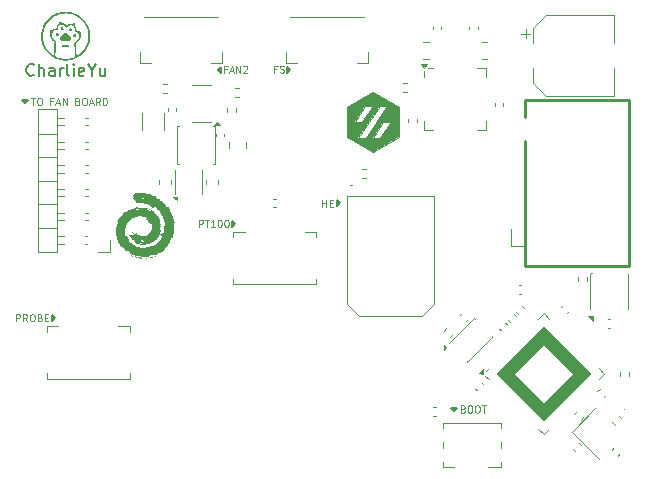
<source format=gbr>
%TF.GenerationSoftware,KiCad,Pcbnew,8.0.7*%
%TF.CreationDate,2024-12-31T14:50:49+08:00*%
%TF.ProjectId,SB-main-board,53422d6d-6169-46e2-9d62-6f6172642e6b,B1*%
%TF.SameCoordinates,Original*%
%TF.FileFunction,Legend,Top*%
%TF.FilePolarity,Positive*%
%FSLAX46Y46*%
G04 Gerber Fmt 4.6, Leading zero omitted, Abs format (unit mm)*
G04 Created by KiCad (PCBNEW 8.0.7) date 2024-12-31 14:50:49*
%MOMM*%
%LPD*%
G01*
G04 APERTURE LIST*
%ADD10C,0.150000*%
%ADD11C,0.100000*%
%ADD12C,0.120000*%
%ADD13C,0.254000*%
%ADD14C,0.000000*%
%ADD15C,0.020000*%
G04 APERTURE END LIST*
D10*
X110280330Y-102879664D02*
X110026330Y-102625664D01*
X110534330Y-102625664D01*
X110280330Y-102879664D01*
G36*
X110280330Y-102879664D02*
G01*
X110026330Y-102625664D01*
X110534330Y-102625664D01*
X110280330Y-102879664D01*
G37*
X91761330Y-87030664D02*
X91507330Y-87284664D01*
X91507330Y-86776664D01*
X91761330Y-87030664D01*
G36*
X91761330Y-87030664D02*
G01*
X91507330Y-87284664D01*
X91507330Y-86776664D01*
X91761330Y-87030664D01*
G37*
X96399330Y-73985664D02*
X96145330Y-74239664D01*
X96145330Y-73731664D01*
X96399330Y-73985664D01*
G36*
X96399330Y-73985664D02*
G01*
X96145330Y-74239664D01*
X96145330Y-73731664D01*
X96399330Y-73985664D01*
G37*
X76480330Y-95035664D02*
X76226330Y-95289664D01*
X76226330Y-94781664D01*
X76480330Y-95035664D01*
G36*
X76480330Y-95035664D02*
G01*
X76226330Y-95289664D01*
X76226330Y-94781664D01*
X76480330Y-95035664D01*
G37*
X90569330Y-74239664D02*
X90315330Y-73985664D01*
X90569330Y-73731664D01*
X90569330Y-74239664D01*
G36*
X90569330Y-74239664D02*
G01*
X90315330Y-73985664D01*
X90569330Y-73731664D01*
X90569330Y-74239664D01*
G37*
X100610330Y-85312664D02*
X100356330Y-85566664D01*
X100356330Y-85058664D01*
X100610330Y-85312664D01*
G36*
X100610330Y-85312664D02*
G01*
X100356330Y-85566664D01*
X100356330Y-85058664D01*
X100610330Y-85312664D01*
G37*
X73989330Y-76832664D02*
X73735330Y-76578664D01*
X74243330Y-76578664D01*
X73989330Y-76832664D01*
G36*
X73989330Y-76832664D02*
G01*
X73735330Y-76578664D01*
X74243330Y-76578664D01*
X73989330Y-76832664D01*
G37*
D11*
X99134970Y-85585035D02*
X99134970Y-84985035D01*
X99134970Y-85270749D02*
X99477827Y-85270749D01*
X99477827Y-85585035D02*
X99477827Y-84985035D01*
X99763541Y-85270749D02*
X99963541Y-85270749D01*
X100049255Y-85585035D02*
X99763541Y-85585035D01*
X99763541Y-85585035D02*
X99763541Y-84985035D01*
X99763541Y-84985035D02*
X100049255Y-84985035D01*
X91028976Y-73943749D02*
X90828976Y-73943749D01*
X90828976Y-74258035D02*
X90828976Y-73658035D01*
X90828976Y-73658035D02*
X91114690Y-73658035D01*
X91314690Y-74086606D02*
X91600405Y-74086606D01*
X91257547Y-74258035D02*
X91457547Y-73658035D01*
X91457547Y-73658035D02*
X91657547Y-74258035D01*
X91857548Y-74258035D02*
X91857548Y-73658035D01*
X91857548Y-73658035D02*
X92200405Y-74258035D01*
X92200405Y-74258035D02*
X92200405Y-73658035D01*
X92457547Y-73715178D02*
X92486119Y-73686606D01*
X92486119Y-73686606D02*
X92543262Y-73658035D01*
X92543262Y-73658035D02*
X92686119Y-73658035D01*
X92686119Y-73658035D02*
X92743262Y-73686606D01*
X92743262Y-73686606D02*
X92771833Y-73715178D01*
X92771833Y-73715178D02*
X92800404Y-73772321D01*
X92800404Y-73772321D02*
X92800404Y-73829464D01*
X92800404Y-73829464D02*
X92771833Y-73915178D01*
X92771833Y-73915178D02*
X92428976Y-74258035D01*
X92428976Y-74258035D02*
X92800404Y-74258035D01*
X74493261Y-76378035D02*
X74836119Y-76378035D01*
X74664690Y-76978035D02*
X74664690Y-76378035D01*
X75150404Y-76378035D02*
X75264690Y-76378035D01*
X75264690Y-76378035D02*
X75321833Y-76406606D01*
X75321833Y-76406606D02*
X75378976Y-76463749D01*
X75378976Y-76463749D02*
X75407547Y-76578035D01*
X75407547Y-76578035D02*
X75407547Y-76778035D01*
X75407547Y-76778035D02*
X75378976Y-76892321D01*
X75378976Y-76892321D02*
X75321833Y-76949464D01*
X75321833Y-76949464D02*
X75264690Y-76978035D01*
X75264690Y-76978035D02*
X75150404Y-76978035D01*
X75150404Y-76978035D02*
X75093262Y-76949464D01*
X75093262Y-76949464D02*
X75036119Y-76892321D01*
X75036119Y-76892321D02*
X75007547Y-76778035D01*
X75007547Y-76778035D02*
X75007547Y-76578035D01*
X75007547Y-76578035D02*
X75036119Y-76463749D01*
X75036119Y-76463749D02*
X75093262Y-76406606D01*
X75093262Y-76406606D02*
X75150404Y-76378035D01*
X76321833Y-76663749D02*
X76121833Y-76663749D01*
X76121833Y-76978035D02*
X76121833Y-76378035D01*
X76121833Y-76378035D02*
X76407547Y-76378035D01*
X76607547Y-76806606D02*
X76893262Y-76806606D01*
X76550404Y-76978035D02*
X76750404Y-76378035D01*
X76750404Y-76378035D02*
X76950404Y-76978035D01*
X77150405Y-76978035D02*
X77150405Y-76378035D01*
X77150405Y-76378035D02*
X77493262Y-76978035D01*
X77493262Y-76978035D02*
X77493262Y-76378035D01*
X78436119Y-76663749D02*
X78521833Y-76692321D01*
X78521833Y-76692321D02*
X78550404Y-76720892D01*
X78550404Y-76720892D02*
X78578976Y-76778035D01*
X78578976Y-76778035D02*
X78578976Y-76863749D01*
X78578976Y-76863749D02*
X78550404Y-76920892D01*
X78550404Y-76920892D02*
X78521833Y-76949464D01*
X78521833Y-76949464D02*
X78464690Y-76978035D01*
X78464690Y-76978035D02*
X78236119Y-76978035D01*
X78236119Y-76978035D02*
X78236119Y-76378035D01*
X78236119Y-76378035D02*
X78436119Y-76378035D01*
X78436119Y-76378035D02*
X78493262Y-76406606D01*
X78493262Y-76406606D02*
X78521833Y-76435178D01*
X78521833Y-76435178D02*
X78550404Y-76492321D01*
X78550404Y-76492321D02*
X78550404Y-76549464D01*
X78550404Y-76549464D02*
X78521833Y-76606606D01*
X78521833Y-76606606D02*
X78493262Y-76635178D01*
X78493262Y-76635178D02*
X78436119Y-76663749D01*
X78436119Y-76663749D02*
X78236119Y-76663749D01*
X78950404Y-76378035D02*
X79064690Y-76378035D01*
X79064690Y-76378035D02*
X79121833Y-76406606D01*
X79121833Y-76406606D02*
X79178976Y-76463749D01*
X79178976Y-76463749D02*
X79207547Y-76578035D01*
X79207547Y-76578035D02*
X79207547Y-76778035D01*
X79207547Y-76778035D02*
X79178976Y-76892321D01*
X79178976Y-76892321D02*
X79121833Y-76949464D01*
X79121833Y-76949464D02*
X79064690Y-76978035D01*
X79064690Y-76978035D02*
X78950404Y-76978035D01*
X78950404Y-76978035D02*
X78893262Y-76949464D01*
X78893262Y-76949464D02*
X78836119Y-76892321D01*
X78836119Y-76892321D02*
X78807547Y-76778035D01*
X78807547Y-76778035D02*
X78807547Y-76578035D01*
X78807547Y-76578035D02*
X78836119Y-76463749D01*
X78836119Y-76463749D02*
X78893262Y-76406606D01*
X78893262Y-76406606D02*
X78950404Y-76378035D01*
X79436118Y-76806606D02*
X79721833Y-76806606D01*
X79378975Y-76978035D02*
X79578975Y-76378035D01*
X79578975Y-76378035D02*
X79778975Y-76978035D01*
X80321833Y-76978035D02*
X80121833Y-76692321D01*
X79978976Y-76978035D02*
X79978976Y-76378035D01*
X79978976Y-76378035D02*
X80207547Y-76378035D01*
X80207547Y-76378035D02*
X80264690Y-76406606D01*
X80264690Y-76406606D02*
X80293261Y-76435178D01*
X80293261Y-76435178D02*
X80321833Y-76492321D01*
X80321833Y-76492321D02*
X80321833Y-76578035D01*
X80321833Y-76578035D02*
X80293261Y-76635178D01*
X80293261Y-76635178D02*
X80264690Y-76663749D01*
X80264690Y-76663749D02*
X80207547Y-76692321D01*
X80207547Y-76692321D02*
X79978976Y-76692321D01*
X80578976Y-76978035D02*
X80578976Y-76378035D01*
X80578976Y-76378035D02*
X80721833Y-76378035D01*
X80721833Y-76378035D02*
X80807547Y-76406606D01*
X80807547Y-76406606D02*
X80864690Y-76463749D01*
X80864690Y-76463749D02*
X80893261Y-76520892D01*
X80893261Y-76520892D02*
X80921833Y-76635178D01*
X80921833Y-76635178D02*
X80921833Y-76720892D01*
X80921833Y-76720892D02*
X80893261Y-76835178D01*
X80893261Y-76835178D02*
X80864690Y-76892321D01*
X80864690Y-76892321D02*
X80807547Y-76949464D01*
X80807547Y-76949464D02*
X80721833Y-76978035D01*
X80721833Y-76978035D02*
X80578976Y-76978035D01*
X95261683Y-73943749D02*
X95061683Y-73943749D01*
X95061683Y-74258035D02*
X95061683Y-73658035D01*
X95061683Y-73658035D02*
X95347397Y-73658035D01*
X95547397Y-74229464D02*
X95633112Y-74258035D01*
X95633112Y-74258035D02*
X95775969Y-74258035D01*
X95775969Y-74258035D02*
X95833112Y-74229464D01*
X95833112Y-74229464D02*
X95861683Y-74200892D01*
X95861683Y-74200892D02*
X95890254Y-74143749D01*
X95890254Y-74143749D02*
X95890254Y-74086606D01*
X95890254Y-74086606D02*
X95861683Y-74029464D01*
X95861683Y-74029464D02*
X95833112Y-74000892D01*
X95833112Y-74000892D02*
X95775969Y-73972321D01*
X95775969Y-73972321D02*
X95661683Y-73943749D01*
X95661683Y-73943749D02*
X95604540Y-73915178D01*
X95604540Y-73915178D02*
X95575969Y-73886606D01*
X95575969Y-73886606D02*
X95547397Y-73829464D01*
X95547397Y-73829464D02*
X95547397Y-73772321D01*
X95547397Y-73772321D02*
X95575969Y-73715178D01*
X95575969Y-73715178D02*
X95604540Y-73686606D01*
X95604540Y-73686606D02*
X95661683Y-73658035D01*
X95661683Y-73658035D02*
X95804540Y-73658035D01*
X95804540Y-73658035D02*
X95890254Y-73686606D01*
X88685968Y-87303035D02*
X88685968Y-86703035D01*
X88685968Y-86703035D02*
X88914539Y-86703035D01*
X88914539Y-86703035D02*
X88971682Y-86731606D01*
X88971682Y-86731606D02*
X89000253Y-86760178D01*
X89000253Y-86760178D02*
X89028825Y-86817321D01*
X89028825Y-86817321D02*
X89028825Y-86903035D01*
X89028825Y-86903035D02*
X89000253Y-86960178D01*
X89000253Y-86960178D02*
X88971682Y-86988749D01*
X88971682Y-86988749D02*
X88914539Y-87017321D01*
X88914539Y-87017321D02*
X88685968Y-87017321D01*
X89200253Y-86703035D02*
X89543111Y-86703035D01*
X89371682Y-87303035D02*
X89371682Y-86703035D01*
X90057396Y-87303035D02*
X89714539Y-87303035D01*
X89885968Y-87303035D02*
X89885968Y-86703035D01*
X89885968Y-86703035D02*
X89828825Y-86788749D01*
X89828825Y-86788749D02*
X89771682Y-86845892D01*
X89771682Y-86845892D02*
X89714539Y-86874464D01*
X90428825Y-86703035D02*
X90485968Y-86703035D01*
X90485968Y-86703035D02*
X90543111Y-86731606D01*
X90543111Y-86731606D02*
X90571683Y-86760178D01*
X90571683Y-86760178D02*
X90600254Y-86817321D01*
X90600254Y-86817321D02*
X90628825Y-86931606D01*
X90628825Y-86931606D02*
X90628825Y-87074464D01*
X90628825Y-87074464D02*
X90600254Y-87188749D01*
X90600254Y-87188749D02*
X90571683Y-87245892D01*
X90571683Y-87245892D02*
X90543111Y-87274464D01*
X90543111Y-87274464D02*
X90485968Y-87303035D01*
X90485968Y-87303035D02*
X90428825Y-87303035D01*
X90428825Y-87303035D02*
X90371683Y-87274464D01*
X90371683Y-87274464D02*
X90343111Y-87245892D01*
X90343111Y-87245892D02*
X90314540Y-87188749D01*
X90314540Y-87188749D02*
X90285968Y-87074464D01*
X90285968Y-87074464D02*
X90285968Y-86931606D01*
X90285968Y-86931606D02*
X90314540Y-86817321D01*
X90314540Y-86817321D02*
X90343111Y-86760178D01*
X90343111Y-86760178D02*
X90371683Y-86731606D01*
X90371683Y-86731606D02*
X90428825Y-86703035D01*
X91000254Y-86703035D02*
X91057397Y-86703035D01*
X91057397Y-86703035D02*
X91114540Y-86731606D01*
X91114540Y-86731606D02*
X91143112Y-86760178D01*
X91143112Y-86760178D02*
X91171683Y-86817321D01*
X91171683Y-86817321D02*
X91200254Y-86931606D01*
X91200254Y-86931606D02*
X91200254Y-87074464D01*
X91200254Y-87074464D02*
X91171683Y-87188749D01*
X91171683Y-87188749D02*
X91143112Y-87245892D01*
X91143112Y-87245892D02*
X91114540Y-87274464D01*
X91114540Y-87274464D02*
X91057397Y-87303035D01*
X91057397Y-87303035D02*
X91000254Y-87303035D01*
X91000254Y-87303035D02*
X90943112Y-87274464D01*
X90943112Y-87274464D02*
X90914540Y-87245892D01*
X90914540Y-87245892D02*
X90885969Y-87188749D01*
X90885969Y-87188749D02*
X90857397Y-87074464D01*
X90857397Y-87074464D02*
X90857397Y-86931606D01*
X90857397Y-86931606D02*
X90885969Y-86817321D01*
X90885969Y-86817321D02*
X90914540Y-86760178D01*
X90914540Y-86760178D02*
X90943112Y-86731606D01*
X90943112Y-86731606D02*
X91000254Y-86703035D01*
X111069976Y-102710749D02*
X111155690Y-102739321D01*
X111155690Y-102739321D02*
X111184261Y-102767892D01*
X111184261Y-102767892D02*
X111212833Y-102825035D01*
X111212833Y-102825035D02*
X111212833Y-102910749D01*
X111212833Y-102910749D02*
X111184261Y-102967892D01*
X111184261Y-102967892D02*
X111155690Y-102996464D01*
X111155690Y-102996464D02*
X111098547Y-103025035D01*
X111098547Y-103025035D02*
X110869976Y-103025035D01*
X110869976Y-103025035D02*
X110869976Y-102425035D01*
X110869976Y-102425035D02*
X111069976Y-102425035D01*
X111069976Y-102425035D02*
X111127119Y-102453606D01*
X111127119Y-102453606D02*
X111155690Y-102482178D01*
X111155690Y-102482178D02*
X111184261Y-102539321D01*
X111184261Y-102539321D02*
X111184261Y-102596464D01*
X111184261Y-102596464D02*
X111155690Y-102653606D01*
X111155690Y-102653606D02*
X111127119Y-102682178D01*
X111127119Y-102682178D02*
X111069976Y-102710749D01*
X111069976Y-102710749D02*
X110869976Y-102710749D01*
X111584261Y-102425035D02*
X111698547Y-102425035D01*
X111698547Y-102425035D02*
X111755690Y-102453606D01*
X111755690Y-102453606D02*
X111812833Y-102510749D01*
X111812833Y-102510749D02*
X111841404Y-102625035D01*
X111841404Y-102625035D02*
X111841404Y-102825035D01*
X111841404Y-102825035D02*
X111812833Y-102939321D01*
X111812833Y-102939321D02*
X111755690Y-102996464D01*
X111755690Y-102996464D02*
X111698547Y-103025035D01*
X111698547Y-103025035D02*
X111584261Y-103025035D01*
X111584261Y-103025035D02*
X111527119Y-102996464D01*
X111527119Y-102996464D02*
X111469976Y-102939321D01*
X111469976Y-102939321D02*
X111441404Y-102825035D01*
X111441404Y-102825035D02*
X111441404Y-102625035D01*
X111441404Y-102625035D02*
X111469976Y-102510749D01*
X111469976Y-102510749D02*
X111527119Y-102453606D01*
X111527119Y-102453606D02*
X111584261Y-102425035D01*
X112212832Y-102425035D02*
X112327118Y-102425035D01*
X112327118Y-102425035D02*
X112384261Y-102453606D01*
X112384261Y-102453606D02*
X112441404Y-102510749D01*
X112441404Y-102510749D02*
X112469975Y-102625035D01*
X112469975Y-102625035D02*
X112469975Y-102825035D01*
X112469975Y-102825035D02*
X112441404Y-102939321D01*
X112441404Y-102939321D02*
X112384261Y-102996464D01*
X112384261Y-102996464D02*
X112327118Y-103025035D01*
X112327118Y-103025035D02*
X112212832Y-103025035D01*
X112212832Y-103025035D02*
X112155690Y-102996464D01*
X112155690Y-102996464D02*
X112098547Y-102939321D01*
X112098547Y-102939321D02*
X112069975Y-102825035D01*
X112069975Y-102825035D02*
X112069975Y-102625035D01*
X112069975Y-102625035D02*
X112098547Y-102510749D01*
X112098547Y-102510749D02*
X112155690Y-102453606D01*
X112155690Y-102453606D02*
X112212832Y-102425035D01*
X112641403Y-102425035D02*
X112984261Y-102425035D01*
X112812832Y-103025035D02*
X112812832Y-102425035D01*
X73204970Y-95308035D02*
X73204970Y-94708035D01*
X73204970Y-94708035D02*
X73433541Y-94708035D01*
X73433541Y-94708035D02*
X73490684Y-94736606D01*
X73490684Y-94736606D02*
X73519255Y-94765178D01*
X73519255Y-94765178D02*
X73547827Y-94822321D01*
X73547827Y-94822321D02*
X73547827Y-94908035D01*
X73547827Y-94908035D02*
X73519255Y-94965178D01*
X73519255Y-94965178D02*
X73490684Y-94993749D01*
X73490684Y-94993749D02*
X73433541Y-95022321D01*
X73433541Y-95022321D02*
X73204970Y-95022321D01*
X74147827Y-95308035D02*
X73947827Y-95022321D01*
X73804970Y-95308035D02*
X73804970Y-94708035D01*
X73804970Y-94708035D02*
X74033541Y-94708035D01*
X74033541Y-94708035D02*
X74090684Y-94736606D01*
X74090684Y-94736606D02*
X74119255Y-94765178D01*
X74119255Y-94765178D02*
X74147827Y-94822321D01*
X74147827Y-94822321D02*
X74147827Y-94908035D01*
X74147827Y-94908035D02*
X74119255Y-94965178D01*
X74119255Y-94965178D02*
X74090684Y-94993749D01*
X74090684Y-94993749D02*
X74033541Y-95022321D01*
X74033541Y-95022321D02*
X73804970Y-95022321D01*
X74519255Y-94708035D02*
X74633541Y-94708035D01*
X74633541Y-94708035D02*
X74690684Y-94736606D01*
X74690684Y-94736606D02*
X74747827Y-94793749D01*
X74747827Y-94793749D02*
X74776398Y-94908035D01*
X74776398Y-94908035D02*
X74776398Y-95108035D01*
X74776398Y-95108035D02*
X74747827Y-95222321D01*
X74747827Y-95222321D02*
X74690684Y-95279464D01*
X74690684Y-95279464D02*
X74633541Y-95308035D01*
X74633541Y-95308035D02*
X74519255Y-95308035D01*
X74519255Y-95308035D02*
X74462113Y-95279464D01*
X74462113Y-95279464D02*
X74404970Y-95222321D01*
X74404970Y-95222321D02*
X74376398Y-95108035D01*
X74376398Y-95108035D02*
X74376398Y-94908035D01*
X74376398Y-94908035D02*
X74404970Y-94793749D01*
X74404970Y-94793749D02*
X74462113Y-94736606D01*
X74462113Y-94736606D02*
X74519255Y-94708035D01*
X75233541Y-94993749D02*
X75319255Y-95022321D01*
X75319255Y-95022321D02*
X75347826Y-95050892D01*
X75347826Y-95050892D02*
X75376398Y-95108035D01*
X75376398Y-95108035D02*
X75376398Y-95193749D01*
X75376398Y-95193749D02*
X75347826Y-95250892D01*
X75347826Y-95250892D02*
X75319255Y-95279464D01*
X75319255Y-95279464D02*
X75262112Y-95308035D01*
X75262112Y-95308035D02*
X75033541Y-95308035D01*
X75033541Y-95308035D02*
X75033541Y-94708035D01*
X75033541Y-94708035D02*
X75233541Y-94708035D01*
X75233541Y-94708035D02*
X75290684Y-94736606D01*
X75290684Y-94736606D02*
X75319255Y-94765178D01*
X75319255Y-94765178D02*
X75347826Y-94822321D01*
X75347826Y-94822321D02*
X75347826Y-94879464D01*
X75347826Y-94879464D02*
X75319255Y-94936606D01*
X75319255Y-94936606D02*
X75290684Y-94965178D01*
X75290684Y-94965178D02*
X75233541Y-94993749D01*
X75233541Y-94993749D02*
X75033541Y-94993749D01*
X75633541Y-94993749D02*
X75833541Y-94993749D01*
X75919255Y-95308035D02*
X75633541Y-95308035D01*
X75633541Y-95308035D02*
X75633541Y-94708035D01*
X75633541Y-94708035D02*
X75919255Y-94708035D01*
D10*
X74706043Y-74410244D02*
X74658424Y-74457864D01*
X74658424Y-74457864D02*
X74515567Y-74505483D01*
X74515567Y-74505483D02*
X74420329Y-74505483D01*
X74420329Y-74505483D02*
X74277472Y-74457864D01*
X74277472Y-74457864D02*
X74182234Y-74362625D01*
X74182234Y-74362625D02*
X74134615Y-74267387D01*
X74134615Y-74267387D02*
X74086996Y-74076911D01*
X74086996Y-74076911D02*
X74086996Y-73934054D01*
X74086996Y-73934054D02*
X74134615Y-73743578D01*
X74134615Y-73743578D02*
X74182234Y-73648340D01*
X74182234Y-73648340D02*
X74277472Y-73553102D01*
X74277472Y-73553102D02*
X74420329Y-73505483D01*
X74420329Y-73505483D02*
X74515567Y-73505483D01*
X74515567Y-73505483D02*
X74658424Y-73553102D01*
X74658424Y-73553102D02*
X74706043Y-73600721D01*
X75134615Y-74505483D02*
X75134615Y-73505483D01*
X75563186Y-74505483D02*
X75563186Y-73981673D01*
X75563186Y-73981673D02*
X75515567Y-73886435D01*
X75515567Y-73886435D02*
X75420329Y-73838816D01*
X75420329Y-73838816D02*
X75277472Y-73838816D01*
X75277472Y-73838816D02*
X75182234Y-73886435D01*
X75182234Y-73886435D02*
X75134615Y-73934054D01*
X76467948Y-74505483D02*
X76467948Y-73981673D01*
X76467948Y-73981673D02*
X76420329Y-73886435D01*
X76420329Y-73886435D02*
X76325091Y-73838816D01*
X76325091Y-73838816D02*
X76134615Y-73838816D01*
X76134615Y-73838816D02*
X76039377Y-73886435D01*
X76467948Y-74457864D02*
X76372710Y-74505483D01*
X76372710Y-74505483D02*
X76134615Y-74505483D01*
X76134615Y-74505483D02*
X76039377Y-74457864D01*
X76039377Y-74457864D02*
X75991758Y-74362625D01*
X75991758Y-74362625D02*
X75991758Y-74267387D01*
X75991758Y-74267387D02*
X76039377Y-74172149D01*
X76039377Y-74172149D02*
X76134615Y-74124530D01*
X76134615Y-74124530D02*
X76372710Y-74124530D01*
X76372710Y-74124530D02*
X76467948Y-74076911D01*
X76944139Y-74505483D02*
X76944139Y-73838816D01*
X76944139Y-74029292D02*
X76991758Y-73934054D01*
X76991758Y-73934054D02*
X77039377Y-73886435D01*
X77039377Y-73886435D02*
X77134615Y-73838816D01*
X77134615Y-73838816D02*
X77229853Y-73838816D01*
X77706044Y-74505483D02*
X77610806Y-74457864D01*
X77610806Y-74457864D02*
X77563187Y-74362625D01*
X77563187Y-74362625D02*
X77563187Y-73505483D01*
X78086997Y-74505483D02*
X78086997Y-73838816D01*
X78086997Y-73505483D02*
X78039378Y-73553102D01*
X78039378Y-73553102D02*
X78086997Y-73600721D01*
X78086997Y-73600721D02*
X78134616Y-73553102D01*
X78134616Y-73553102D02*
X78086997Y-73505483D01*
X78086997Y-73505483D02*
X78086997Y-73600721D01*
X78944139Y-74457864D02*
X78848901Y-74505483D01*
X78848901Y-74505483D02*
X78658425Y-74505483D01*
X78658425Y-74505483D02*
X78563187Y-74457864D01*
X78563187Y-74457864D02*
X78515568Y-74362625D01*
X78515568Y-74362625D02*
X78515568Y-73981673D01*
X78515568Y-73981673D02*
X78563187Y-73886435D01*
X78563187Y-73886435D02*
X78658425Y-73838816D01*
X78658425Y-73838816D02*
X78848901Y-73838816D01*
X78848901Y-73838816D02*
X78944139Y-73886435D01*
X78944139Y-73886435D02*
X78991758Y-73981673D01*
X78991758Y-73981673D02*
X78991758Y-74076911D01*
X78991758Y-74076911D02*
X78515568Y-74172149D01*
X79610806Y-74029292D02*
X79610806Y-74505483D01*
X79277473Y-73505483D02*
X79610806Y-74029292D01*
X79610806Y-74029292D02*
X79944139Y-73505483D01*
X80706044Y-73838816D02*
X80706044Y-74505483D01*
X80277473Y-73838816D02*
X80277473Y-74362625D01*
X80277473Y-74362625D02*
X80325092Y-74457864D01*
X80325092Y-74457864D02*
X80420330Y-74505483D01*
X80420330Y-74505483D02*
X80563187Y-74505483D01*
X80563187Y-74505483D02*
X80658425Y-74457864D01*
X80658425Y-74457864D02*
X80706044Y-74410244D01*
D12*
%TO.C,SW1*%
X109330330Y-103923664D02*
X109330330Y-104298664D01*
X109330330Y-103923664D02*
X114230330Y-103923664D01*
X109330330Y-105498664D02*
X109330330Y-106048664D01*
X109330330Y-107248664D02*
X109330330Y-107623664D01*
X109330330Y-107623664D02*
X110255330Y-107623664D01*
X113205330Y-107623664D02*
X114230330Y-107623664D01*
X114230330Y-103923664D02*
X114230330Y-104298664D01*
X114230330Y-105498664D02*
X114230330Y-106048664D01*
X114230330Y-107248664D02*
X114230330Y-107623664D01*
%TO.C,J7*%
X75851330Y-95725664D02*
X76801330Y-95725664D01*
X75851330Y-96175664D02*
X75851330Y-95725664D01*
X75851330Y-99695664D02*
X75851330Y-100145664D01*
X75851330Y-100145664D02*
X82821330Y-100145664D01*
X82821330Y-95725664D02*
X81871330Y-95725664D01*
X82821330Y-96175664D02*
X82821330Y-95725664D01*
X82821330Y-100145664D02*
X82821330Y-99695664D01*
D11*
%TO.C,D4*%
X101661330Y-83805664D02*
G75*
G02*
X101561330Y-83805664I-50000J0D01*
G01*
X101561330Y-83805664D02*
G75*
G02*
X101661330Y-83805664I50000J0D01*
G01*
D12*
%TO.C,R14*%
X106004081Y-75103665D02*
X106311363Y-75103665D01*
X106004081Y-75863665D02*
X106311363Y-75863665D01*
%TO.C,R2*%
X109650145Y-95877586D02*
X109432864Y-96094867D01*
X110187546Y-96414987D02*
X109970265Y-96632268D01*
%TO.C,J4*%
X91620330Y-87720664D02*
X92570330Y-87720664D01*
X91620330Y-88170664D02*
X91620330Y-87720664D01*
X91620330Y-91690664D02*
X91620330Y-92140664D01*
X91620330Y-92140664D02*
X98590330Y-92140664D01*
X98590330Y-87720664D02*
X97640330Y-87720664D01*
X98590330Y-88170664D02*
X98590330Y-87720664D01*
X98590330Y-92140664D02*
X98590330Y-91690664D01*
%TO.C,C17*%
X85295329Y-83643746D02*
X85295329Y-83362584D01*
X86315329Y-83643746D02*
X86315329Y-83362584D01*
%TO.C,R6*%
X124345330Y-99610023D02*
X124345330Y-99917305D01*
X125105330Y-99610023D02*
X125105330Y-99917305D01*
D13*
%TO.C,J1*%
X116332830Y-76578964D02*
X116332830Y-78000964D01*
X116332830Y-76578964D02*
X125133830Y-76578964D01*
X116332830Y-80774964D02*
X116332830Y-80024964D01*
X116332830Y-80774964D02*
X116332830Y-90567964D01*
X125133830Y-76578964D02*
X125133830Y-90578964D01*
X125133830Y-90578964D02*
X116332830Y-90578964D01*
D12*
%TO.C,C21*%
X113727722Y-77071501D02*
X113727722Y-76855829D01*
X114447722Y-77071501D02*
X114447722Y-76855829D01*
D11*
%TO.C,U2*%
X111351777Y-98661431D02*
X111422487Y-98732142D01*
X111422487Y-98732142D02*
X113543808Y-96610821D01*
X111988173Y-95055186D02*
X109866852Y-97176507D01*
X112058883Y-95125897D02*
X111988173Y-95055186D01*
X113473097Y-96540111D02*
X113543808Y-96610821D01*
D12*
X109620496Y-97493573D02*
X109422506Y-97691563D01*
X109422506Y-97295583D01*
X109620496Y-97493573D01*
G36*
X109620496Y-97493573D02*
G01*
X109422506Y-97691563D01*
X109422506Y-97295583D01*
X109620496Y-97493573D01*
G37*
%TO.C,C11*%
X112262647Y-101155465D02*
X112110144Y-101002962D01*
X112771764Y-100646348D02*
X112619261Y-100493845D01*
%TO.C,C3*%
X123780543Y-106039668D02*
X123628040Y-106192171D01*
X124289660Y-106548785D02*
X124137157Y-106701288D01*
%TO.C,C2*%
X120389958Y-106129452D02*
X120542461Y-106281955D01*
X120899075Y-105620335D02*
X121051578Y-105772838D01*
%TO.C,C7*%
X119326725Y-94108589D02*
X119479228Y-93956086D01*
X119835842Y-94617706D02*
X119988345Y-94465203D01*
%TO.C,U6*%
X107777722Y-74598665D02*
X107777722Y-74113665D01*
X107777722Y-79093665D02*
X107777722Y-78368665D01*
X108502722Y-73873665D02*
X108077722Y-73873665D01*
X108502722Y-79093665D02*
X107777722Y-79093665D01*
X112272722Y-73873665D02*
X112997722Y-73873665D01*
X112272722Y-79093665D02*
X112997722Y-79093665D01*
X112997722Y-73873665D02*
X112997722Y-74598665D01*
X112997722Y-79093665D02*
X112997722Y-78368665D01*
X107777722Y-73873665D02*
X107537722Y-73543665D01*
X108017722Y-73543665D01*
X107777722Y-73873665D01*
G36*
X107777722Y-73873665D02*
G01*
X107537722Y-73543665D01*
X108017722Y-73543665D01*
X107777722Y-73873665D01*
G37*
%TO.C,R3*%
X108491689Y-102563664D02*
X108798971Y-102563664D01*
X108491689Y-103323664D02*
X108798971Y-103323664D01*
D14*
%TO.C,G2*%
G36*
X83273097Y-85609216D02*
G01*
X83271688Y-85623017D01*
X83259868Y-85631504D01*
X83203512Y-85655159D01*
X83162846Y-85650736D01*
X83153145Y-85631504D01*
X83176157Y-85612273D01*
X83226517Y-85605232D01*
X83273097Y-85609216D01*
G37*
G36*
X83694638Y-85597537D02*
G01*
X83700099Y-85604823D01*
X83694050Y-85627665D01*
X83674993Y-85631504D01*
X83638488Y-85617574D01*
X83633397Y-85604823D01*
X83652546Y-85578906D01*
X83658503Y-85578143D01*
X83694638Y-85597537D01*
G37*
G36*
X83995723Y-90019684D02*
G01*
X83993586Y-90033815D01*
X83970765Y-90059240D01*
X83966905Y-90060496D01*
X83945693Y-90041887D01*
X83940225Y-90033815D01*
X83946561Y-90011211D01*
X83966905Y-90007134D01*
X83995723Y-90019684D01*
G37*
G36*
X84768645Y-89994511D02*
G01*
X84769652Y-90024263D01*
X84735294Y-90051079D01*
X84718423Y-90055782D01*
X84680345Y-90044289D01*
X84673943Y-90022431D01*
X84696387Y-89987793D01*
X84729528Y-89980454D01*
X84768645Y-89994511D01*
G37*
G36*
X85068651Y-89761705D02*
G01*
X85074153Y-89781135D01*
X85057747Y-89825921D01*
X85019977Y-89828322D01*
X84993868Y-89806736D01*
X84971147Y-89773393D01*
X84970834Y-89764967D01*
X85038686Y-89754446D01*
X85068651Y-89761705D01*
G37*
G36*
X83344622Y-89803431D02*
G01*
X83391623Y-89822463D01*
X83448354Y-89852231D01*
X83461819Y-89871342D01*
X83437831Y-89890089D01*
X83431644Y-89893359D01*
X83379746Y-89904051D01*
X83330428Y-89872068D01*
X83292312Y-89823072D01*
X83298581Y-89798946D01*
X83344622Y-89803431D01*
G37*
G36*
X84322091Y-89922758D02*
G01*
X84327095Y-89953773D01*
X84311462Y-89995617D01*
X84260393Y-90007134D01*
X84205878Y-89992543D01*
X84193691Y-89964259D01*
X84210096Y-89933964D01*
X84233712Y-89936741D01*
X84268068Y-89937295D01*
X84273733Y-89926255D01*
X84294062Y-89901157D01*
X84300414Y-89900412D01*
X84322091Y-89922758D01*
G37*
G36*
X84698614Y-89841069D02*
G01*
X84767933Y-89859370D01*
X84817113Y-89882125D01*
X84827389Y-89893838D01*
X84828829Y-89912576D01*
X84810086Y-89920931D01*
X84760778Y-89919740D01*
X84670520Y-89909837D01*
X84653933Y-89907792D01*
X84589380Y-89890820D01*
X84566195Y-89864834D01*
X84587231Y-89838158D01*
X84631074Y-89832305D01*
X84698614Y-89841069D01*
G37*
G36*
X83657123Y-89867224D02*
G01*
X83732806Y-89877788D01*
X83791062Y-89892842D01*
X83809300Y-89902469D01*
X83852283Y-89920004D01*
X83869559Y-89916202D01*
X83896571Y-89921598D01*
X83914207Y-89954373D01*
X83909466Y-89988667D01*
X83907259Y-89991186D01*
X83876741Y-90003039D01*
X83818132Y-89998670D01*
X83722001Y-89977036D01*
X83681417Y-89966198D01*
X83580637Y-89935774D01*
X83523529Y-89910312D01*
X83501227Y-89885448D01*
X83499994Y-89876896D01*
X83523268Y-89865335D01*
X83581461Y-89862592D01*
X83657123Y-89867224D01*
G37*
G36*
X83066995Y-89712420D02*
G01*
X83137426Y-89731802D01*
X83190099Y-89754859D01*
X83206506Y-89773108D01*
X83186751Y-89787618D01*
X83163515Y-89782901D01*
X83132858Y-89780899D01*
X83135669Y-89805872D01*
X83137491Y-89849216D01*
X83103578Y-89858407D01*
X83065302Y-89843215D01*
X83033916Y-89811652D01*
X83034095Y-89792049D01*
X83025271Y-89772123D01*
X82996210Y-89767008D01*
X82945265Y-89755956D01*
X82925059Y-89731587D01*
X82928883Y-89726987D01*
X82966380Y-89726987D01*
X82979721Y-89740328D01*
X82993061Y-89726987D01*
X82979721Y-89713647D01*
X82966380Y-89726987D01*
X82928883Y-89726987D01*
X82945427Y-89707086D01*
X82950057Y-89705143D01*
X82998106Y-89701829D01*
X83066995Y-89712420D01*
G37*
G36*
X83856590Y-84426806D02*
G01*
X83973826Y-84427634D01*
X84040277Y-84427926D01*
X84114920Y-84433413D01*
X84160262Y-84447106D01*
X84167010Y-84456236D01*
X84190492Y-84474604D01*
X84248364Y-84483940D01*
X84262147Y-84484235D01*
X84341545Y-84491645D01*
X84404584Y-84509616D01*
X84407271Y-84510988D01*
X84454956Y-84523219D01*
X84472246Y-84513493D01*
X84508874Y-84498608D01*
X84568219Y-84513361D01*
X84633190Y-84551856D01*
X84663820Y-84579609D01*
X84734266Y-84626328D01*
X84844489Y-84654756D01*
X84870595Y-84658383D01*
X84957682Y-84674519D01*
X85010418Y-84695235D01*
X85020792Y-84709064D01*
X85037557Y-84751291D01*
X85068830Y-84792702D01*
X85113004Y-84850603D01*
X85134695Y-84891115D01*
X85172884Y-84927390D01*
X85245688Y-84937807D01*
X85318711Y-84948931D01*
X85370723Y-84975988D01*
X85373259Y-84978754D01*
X85433173Y-85047238D01*
X85470497Y-85080734D01*
X85494738Y-85086885D01*
X85503195Y-85083221D01*
X85524245Y-85090517D01*
X85527725Y-85109656D01*
X85541664Y-85146161D01*
X85554423Y-85151252D01*
X85585263Y-85169793D01*
X85642405Y-85219487D01*
X85716888Y-85291437D01*
X85799752Y-85376747D01*
X85882034Y-85466521D01*
X85940694Y-85534703D01*
X86000242Y-85599266D01*
X86048664Y-85639109D01*
X86078182Y-85649505D01*
X86081016Y-85625724D01*
X86078487Y-85618466D01*
X86071350Y-85582074D01*
X86089991Y-85584838D01*
X86128578Y-85622922D01*
X86173022Y-85680650D01*
X86221532Y-85761043D01*
X86256112Y-85839403D01*
X86262058Y-85860175D01*
X86285504Y-85941679D01*
X86321450Y-86040645D01*
X86363551Y-86142289D01*
X86405462Y-86231826D01*
X86440838Y-86294472D01*
X86456461Y-86313138D01*
X86477994Y-86349234D01*
X86505630Y-86422497D01*
X86536259Y-86520766D01*
X86566771Y-86631880D01*
X86594055Y-86743679D01*
X86615003Y-86844001D01*
X86626503Y-86920685D01*
X86625445Y-86961570D01*
X86623074Y-86964647D01*
X86612746Y-86996758D01*
X86606814Y-87069561D01*
X86606043Y-87170510D01*
X86607498Y-87219688D01*
X86609372Y-87342386D01*
X86605859Y-87458202D01*
X86597718Y-87547050D01*
X86594401Y-87565853D01*
X86575567Y-87668227D01*
X86560258Y-87774259D01*
X86559275Y-87782753D01*
X86544109Y-87867577D01*
X86522269Y-87937783D01*
X86517209Y-87948427D01*
X86495228Y-88000091D01*
X86491028Y-88025014D01*
X86493915Y-88092876D01*
X86483906Y-88154831D01*
X86465033Y-88190389D01*
X86458008Y-88192849D01*
X86417280Y-88213132D01*
X86370414Y-88260171D01*
X86335639Y-88313250D01*
X86328145Y-88340408D01*
X86309481Y-88383204D01*
X86286910Y-88407302D01*
X86258790Y-88450723D01*
X86259121Y-88476565D01*
X86252597Y-88520079D01*
X86239949Y-88532322D01*
X86211236Y-88566019D01*
X86169957Y-88632351D01*
X86133861Y-88699781D01*
X86071272Y-88821429D01*
X86025114Y-88902323D01*
X85990415Y-88950592D01*
X85967956Y-88970921D01*
X85881557Y-89045013D01*
X85840957Y-89127162D01*
X85835473Y-89183660D01*
X85828749Y-89251447D01*
X85807153Y-89269313D01*
X85804890Y-89268580D01*
X85766910Y-89278152D01*
X85737268Y-89307332D01*
X85685398Y-89350480D01*
X85621107Y-89377084D01*
X85552617Y-89399125D01*
X85463039Y-89435745D01*
X85364690Y-89480849D01*
X85269885Y-89528343D01*
X85190940Y-89572133D01*
X85140168Y-89606125D01*
X85127973Y-89621110D01*
X85104425Y-89644002D01*
X85045004Y-89671423D01*
X85003676Y-89685201D01*
X84915636Y-89705761D01*
X84858093Y-89703408D01*
X84830613Y-89691026D01*
X84769842Y-89668275D01*
X84695518Y-89659589D01*
X84625545Y-89664336D01*
X84577827Y-89681885D01*
X84567221Y-89700307D01*
X84543372Y-89732927D01*
X84493849Y-89743423D01*
X84453492Y-89748615D01*
X84463508Y-89757711D01*
X84467168Y-89758719D01*
X84509889Y-89780000D01*
X84506164Y-89802393D01*
X84461957Y-89816977D01*
X84427147Y-89818567D01*
X84346792Y-89820112D01*
X84246406Y-89826086D01*
X84207031Y-89829445D01*
X84115108Y-89832747D01*
X83993974Y-89829918D01*
X83867348Y-89821602D01*
X83846842Y-89819675D01*
X83729013Y-89808371D01*
X83619929Y-89798498D01*
X83539410Y-89791839D01*
X83526674Y-89790925D01*
X83456142Y-89781532D01*
X83409068Y-89767100D01*
X83406611Y-89765542D01*
X83364100Y-89747033D01*
X83295561Y-89727046D01*
X83286548Y-89724904D01*
X83221323Y-89709755D01*
X83179086Y-89697949D01*
X83138772Y-89681881D01*
X83079318Y-89653945D01*
X83046422Y-89638205D01*
X82930014Y-89576459D01*
X82852789Y-89522134D01*
X82818600Y-89478560D01*
X82829155Y-89450372D01*
X82832477Y-89446840D01*
X82886338Y-89446840D01*
X82896100Y-89468801D01*
X82904125Y-89464627D01*
X82907318Y-89432964D01*
X82904125Y-89429053D01*
X82888264Y-89432716D01*
X82886338Y-89446840D01*
X82832477Y-89446840D01*
X82851979Y-89426105D01*
X82829155Y-89403700D01*
X82779232Y-89378071D01*
X82718894Y-89354698D01*
X82666151Y-89339280D01*
X85447683Y-89339280D01*
X85467240Y-89353960D01*
X85487704Y-89349766D01*
X85522809Y-89330828D01*
X85527725Y-89323923D01*
X85505938Y-89314596D01*
X85487704Y-89313437D01*
X85452191Y-89327400D01*
X85447683Y-89339280D01*
X82666151Y-89339280D01*
X82665094Y-89338971D01*
X82634782Y-89336280D01*
X82633775Y-89341579D01*
X82628652Y-89372913D01*
X82620959Y-89379256D01*
X82585018Y-89376731D01*
X82528203Y-89351133D01*
X82466512Y-89312824D01*
X82415945Y-89272166D01*
X82413649Y-89268969D01*
X83455526Y-89268969D01*
X83459188Y-89284831D01*
X83473313Y-89286756D01*
X83495274Y-89276994D01*
X83491100Y-89268969D01*
X83459436Y-89265776D01*
X83455526Y-89268969D01*
X82413649Y-89268969D01*
X82405391Y-89257470D01*
X85544833Y-89257470D01*
X85549179Y-89260076D01*
X85580445Y-89238775D01*
X85590823Y-89219824D01*
X85625485Y-89178707D01*
X85670778Y-89150180D01*
X85731956Y-89103548D01*
X85763858Y-89058079D01*
X85780510Y-89014738D01*
X85765288Y-89009167D01*
X85726779Y-89025283D01*
X85678329Y-89054012D01*
X85661128Y-89075546D01*
X85645391Y-89107143D01*
X85606207Y-89160735D01*
X85592055Y-89177986D01*
X85555091Y-89228573D01*
X85544833Y-89257470D01*
X82405391Y-89257470D01*
X82392502Y-89239522D01*
X82393605Y-89232004D01*
X82425637Y-89217628D01*
X82434610Y-89221194D01*
X82457866Y-89217818D01*
X82459447Y-89209228D01*
X82438677Y-89175836D01*
X82410340Y-89155629D01*
X82360385Y-89121214D01*
X82295147Y-89067104D01*
X82274115Y-89047968D01*
X82210726Y-88997963D01*
X82155252Y-88969267D01*
X82140593Y-88966588D01*
X82080213Y-88943602D01*
X82067363Y-88929572D01*
X82388577Y-88929572D01*
X82392746Y-88939907D01*
X82416721Y-88965360D01*
X82421001Y-88966588D01*
X82432461Y-88945946D01*
X82432767Y-88939907D01*
X82412256Y-88914252D01*
X82404511Y-88913227D01*
X82388577Y-88929572D01*
X82067363Y-88929572D01*
X82029378Y-88888099D01*
X82006021Y-88820258D01*
X82005876Y-88814969D01*
X81988449Y-88759842D01*
X81945828Y-88696410D01*
X81939174Y-88688962D01*
X81894396Y-88627107D01*
X81872822Y-88570699D01*
X81872473Y-88565003D01*
X81859720Y-88522423D01*
X81842680Y-88513017D01*
X81831013Y-88499676D01*
X82005876Y-88499676D01*
X82019216Y-88513017D01*
X82032557Y-88499676D01*
X82019216Y-88486336D01*
X82005876Y-88499676D01*
X81831013Y-88499676D01*
X81824283Y-88491981D01*
X81826507Y-88460935D01*
X81827161Y-88415170D01*
X81815246Y-88400559D01*
X81788919Y-88367471D01*
X81761293Y-88292533D01*
X81758490Y-88281633D01*
X81879916Y-88281633D01*
X81892199Y-88304398D01*
X81898646Y-88312301D01*
X81936250Y-88349304D01*
X81951666Y-88340775D01*
X81952515Y-88329107D01*
X81931130Y-88300453D01*
X81908720Y-88288475D01*
X81879916Y-88281633D01*
X81758490Y-88281633D01*
X81734194Y-88187167D01*
X81731785Y-88175062D01*
X81854686Y-88175062D01*
X81858348Y-88190923D01*
X81872473Y-88192849D01*
X81894434Y-88183087D01*
X81890260Y-88175062D01*
X81858596Y-88171868D01*
X81854686Y-88175062D01*
X81731785Y-88175062D01*
X81716741Y-88099466D01*
X81845792Y-88099466D01*
X81859132Y-88112807D01*
X81872473Y-88099466D01*
X81859132Y-88086126D01*
X81845792Y-88099466D01*
X81716741Y-88099466D01*
X81709443Y-88062792D01*
X81694682Y-87968132D01*
X81727380Y-87968132D01*
X81741617Y-87980978D01*
X81786568Y-87991985D01*
X81800675Y-87987648D01*
X81804120Y-87963994D01*
X81789883Y-87951148D01*
X81744932Y-87940141D01*
X81730825Y-87944478D01*
X81727380Y-87968132D01*
X81694682Y-87968132D01*
X81688865Y-87930830D01*
X81675126Y-87810108D01*
X81722448Y-87810108D01*
X81751658Y-87842786D01*
X81767325Y-87846000D01*
X81787728Y-87823639D01*
X81792431Y-87792639D01*
X81778352Y-87747238D01*
X81747026Y-87743667D01*
X81725729Y-87765958D01*
X81722448Y-87810108D01*
X81675126Y-87810108D01*
X81674283Y-87802701D01*
X81667522Y-87689825D01*
X81670330Y-87605874D01*
X81845792Y-87605874D01*
X81855554Y-87627835D01*
X81863579Y-87623661D01*
X81866772Y-87591997D01*
X81863579Y-87588087D01*
X81847717Y-87591749D01*
X81845792Y-87605874D01*
X81670330Y-87605874D01*
X81670405Y-87603623D01*
X81681176Y-87560980D01*
X81686710Y-87539172D01*
X82005876Y-87539172D01*
X82019216Y-87552513D01*
X82032557Y-87539172D01*
X82019216Y-87525832D01*
X82005876Y-87539172D01*
X81686710Y-87539172D01*
X81695571Y-87504249D01*
X81682134Y-87479569D01*
X81669770Y-87447159D01*
X81683383Y-87433886D01*
X81705992Y-87395818D01*
X81712389Y-87351765D01*
X81714084Y-87338632D01*
X81832721Y-87338632D01*
X81838517Y-87361835D01*
X81857558Y-87365748D01*
X81894148Y-87359561D01*
X81899153Y-87353982D01*
X81879602Y-87329078D01*
X81844423Y-87328523D01*
X81832721Y-87338632D01*
X81714084Y-87338632D01*
X81720838Y-87286287D01*
X81736689Y-87222009D01*
X81854963Y-87222009D01*
X81859132Y-87232344D01*
X81883108Y-87257797D01*
X81887388Y-87259025D01*
X81898847Y-87238383D01*
X81899153Y-87232344D01*
X81878642Y-87206689D01*
X81870898Y-87205664D01*
X81854963Y-87222009D01*
X81736689Y-87222009D01*
X81741950Y-87200673D01*
X81750553Y-87173245D01*
X81756849Y-87152302D01*
X81899153Y-87152302D01*
X81908915Y-87174264D01*
X81916940Y-87170090D01*
X81920134Y-87138426D01*
X81916940Y-87134515D01*
X81901079Y-87138178D01*
X81899153Y-87152302D01*
X81756849Y-87152302D01*
X81784480Y-87060397D01*
X81803082Y-86978429D01*
X81886731Y-86978429D01*
X81888068Y-87022459D01*
X81888665Y-87023514D01*
X81909005Y-87022291D01*
X81938376Y-86982900D01*
X81970408Y-86918263D01*
X81998733Y-86841303D01*
X82016982Y-86764941D01*
X82017369Y-86762382D01*
X82019863Y-86738752D01*
X82165960Y-86738752D01*
X82179300Y-86752092D01*
X82192641Y-86738752D01*
X82179300Y-86725412D01*
X82165960Y-86738752D01*
X82019863Y-86738752D01*
X82023157Y-86707551D01*
X82019719Y-86691823D01*
X82015775Y-86698731D01*
X81984119Y-86754383D01*
X81966152Y-86778773D01*
X81932387Y-86835694D01*
X81903709Y-86909210D01*
X81886731Y-86978429D01*
X81803082Y-86978429D01*
X81805938Y-86965846D01*
X81813544Y-86898805D01*
X81805913Y-86868488D01*
X81796124Y-86869873D01*
X81768034Y-86875561D01*
X81765224Y-86847026D01*
X81783074Y-86794246D01*
X81816961Y-86727195D01*
X81862267Y-86655849D01*
X81914371Y-86590183D01*
X81920695Y-86583645D01*
X82013605Y-86583645D01*
X82036773Y-86591986D01*
X82039776Y-86592008D01*
X82083911Y-86570430D01*
X82095566Y-86551987D01*
X82097674Y-86517554D01*
X82088348Y-86511966D01*
X82054321Y-86530184D01*
X82032557Y-86551987D01*
X82013605Y-86583645D01*
X81920695Y-86583645D01*
X81936051Y-86567770D01*
X81987535Y-86510356D01*
X82013911Y-86464986D01*
X82013943Y-86461754D01*
X82112599Y-86461754D01*
X82129037Y-86476220D01*
X82139279Y-86471945D01*
X82164964Y-86436601D01*
X82165960Y-86428775D01*
X82149521Y-86414310D01*
X82139279Y-86418584D01*
X82113595Y-86453928D01*
X82112599Y-86461754D01*
X82013943Y-86461754D01*
X82014056Y-86450255D01*
X82015013Y-86436207D01*
X82026092Y-86441269D01*
X82056603Y-86431823D01*
X82104806Y-86388804D01*
X82141562Y-86345339D01*
X82150509Y-86334095D01*
X84896282Y-86334095D01*
X84899945Y-86349957D01*
X84914069Y-86351882D01*
X84936031Y-86342120D01*
X84931856Y-86334095D01*
X84900193Y-86330902D01*
X84896282Y-86334095D01*
X82150509Y-86334095D01*
X82196939Y-86275741D01*
X82206832Y-86264282D01*
X82515514Y-86264282D01*
X82542248Y-86258684D01*
X82547310Y-86256785D01*
X82579982Y-86235648D01*
X82580216Y-86223632D01*
X82551992Y-86226624D01*
X82532375Y-86241849D01*
X82515514Y-86264282D01*
X82206832Y-86264282D01*
X82243265Y-86222081D01*
X82260855Y-86204473D01*
X82293173Y-86156213D01*
X82303416Y-86124431D01*
X82325896Y-86086650D01*
X82699573Y-86086650D01*
X82719924Y-86111038D01*
X82726254Y-86111756D01*
X82749669Y-86090039D01*
X82752935Y-86070161D01*
X82740000Y-86042545D01*
X82726254Y-86045055D01*
X82700591Y-86079165D01*
X82699573Y-86086650D01*
X82325896Y-86086650D01*
X82326733Y-86085244D01*
X82382897Y-86079838D01*
X82383197Y-86079873D01*
X82451773Y-86071059D01*
X82494190Y-86046522D01*
X82532556Y-86013420D01*
X82548875Y-86005034D01*
X82576694Y-85993178D01*
X82579655Y-85991693D01*
X82832977Y-85991693D01*
X82846317Y-86005034D01*
X82859658Y-85991693D01*
X82913019Y-85991693D01*
X82926359Y-86005034D01*
X82939700Y-85991693D01*
X82926359Y-85978353D01*
X82913019Y-85991693D01*
X82859658Y-85991693D01*
X82846317Y-85978353D01*
X82832977Y-85991693D01*
X82579655Y-85991693D01*
X82639923Y-85961469D01*
X82727173Y-85915691D01*
X82770897Y-85892229D01*
X82811259Y-85871630D01*
X82993061Y-85871630D01*
X83013364Y-85897536D01*
X83019742Y-85898311D01*
X83045647Y-85878008D01*
X83046422Y-85871630D01*
X83033185Y-85854741D01*
X83321876Y-85854741D01*
X83329145Y-85875798D01*
X83364712Y-85890765D01*
X83402952Y-85886237D01*
X83475027Y-85866690D01*
X83511375Y-85857856D01*
X83569448Y-85833463D01*
X83591417Y-85816698D01*
X83594166Y-85800773D01*
X83554550Y-85798367D01*
X83486653Y-85806133D01*
X83390390Y-85821711D01*
X83338420Y-85836606D01*
X83321876Y-85854741D01*
X83033185Y-85854741D01*
X83026119Y-85845725D01*
X83019742Y-85844950D01*
X82993836Y-85865253D01*
X82993061Y-85871630D01*
X82811259Y-85871630D01*
X82873246Y-85839994D01*
X82924289Y-85816939D01*
X83159283Y-85816939D01*
X83169161Y-85839703D01*
X83197865Y-85844950D01*
X83250574Y-85824101D01*
X83278672Y-85794286D01*
X83295978Y-85759480D01*
X83277402Y-85753641D01*
X83240137Y-85762389D01*
X83185018Y-85787112D01*
X83159283Y-85816939D01*
X82924289Y-85816939D01*
X82965227Y-85798448D01*
X83031622Y-85774280D01*
X83046422Y-85771111D01*
X83116029Y-85749321D01*
X83118046Y-85748192D01*
X83642317Y-85748192D01*
X83664511Y-85768212D01*
X83717438Y-85789947D01*
X83750428Y-85769721D01*
X83752052Y-85767186D01*
X83751691Y-85764907D01*
X83846842Y-85764907D01*
X83856604Y-85786869D01*
X83864630Y-85782695D01*
X83867823Y-85751031D01*
X83864630Y-85747120D01*
X83848768Y-85750783D01*
X83846842Y-85764907D01*
X83751691Y-85764907D01*
X83747812Y-85740384D01*
X83710673Y-85726640D01*
X83664511Y-85732530D01*
X83642317Y-85748192D01*
X83118046Y-85748192D01*
X83185415Y-85710491D01*
X83285156Y-85668056D01*
X83378850Y-85658185D01*
X83458377Y-85653037D01*
X83494838Y-85635505D01*
X83499994Y-85618164D01*
X83514400Y-85582658D01*
X83526674Y-85578143D01*
X83550825Y-85599537D01*
X83553355Y-85615271D01*
X83577719Y-85645757D01*
X83641626Y-85671941D01*
X83731297Y-85691595D01*
X83832954Y-85702495D01*
X83932818Y-85702415D01*
X84014721Y-85689802D01*
X84087428Y-85676877D01*
X84119258Y-85688401D01*
X84119469Y-85688985D01*
X84148956Y-85705462D01*
X84212131Y-85715245D01*
X84236306Y-85716215D01*
X84340266Y-85733969D01*
X84409201Y-85770024D01*
X84473838Y-85822338D01*
X84400466Y-85810663D01*
X84347665Y-85809325D01*
X84327095Y-85821969D01*
X84348455Y-85842965D01*
X84363016Y-85844950D01*
X84413318Y-85857018D01*
X84493916Y-85888787D01*
X84588709Y-85933600D01*
X84629850Y-85955237D01*
X84675937Y-85970507D01*
X84694615Y-85966574D01*
X84681925Y-85948804D01*
X84632066Y-85921492D01*
X84598635Y-85907317D01*
X84528204Y-85873587D01*
X84490025Y-85843229D01*
X84490304Y-85822925D01*
X84515944Y-85818269D01*
X84559808Y-85829485D01*
X84629942Y-85858613D01*
X84713472Y-85898874D01*
X84797525Y-85943487D01*
X84869226Y-85985671D01*
X84915701Y-86018648D01*
X84925893Y-86034168D01*
X84893773Y-86047374D01*
X84885545Y-86043915D01*
X84862311Y-86047849D01*
X84860708Y-86056820D01*
X84875383Y-86084295D01*
X84880718Y-86085410D01*
X84915069Y-86102785D01*
X84975782Y-86147833D01*
X85051182Y-86210799D01*
X85129593Y-86281932D01*
X85199340Y-86351479D01*
X85199719Y-86351882D01*
X85252250Y-86419623D01*
X85283602Y-86482747D01*
X85287471Y-86503970D01*
X85307064Y-86562515D01*
X85334290Y-86588801D01*
X85374395Y-86634565D01*
X85387845Y-86676839D01*
X85404487Y-86820426D01*
X85418007Y-86919446D01*
X85429920Y-86982490D01*
X85441740Y-87018151D01*
X85450269Y-87030905D01*
X85473497Y-87077661D01*
X85469566Y-87123586D01*
X85442094Y-87147130D01*
X85430813Y-87146802D01*
X85391797Y-87162373D01*
X85376680Y-87205149D01*
X85371508Y-87250104D01*
X85383141Y-87246849D01*
X85402817Y-87221117D01*
X85437110Y-87188788D01*
X85455548Y-87198278D01*
X85455484Y-87239705D01*
X85434269Y-87303189D01*
X85428191Y-87315816D01*
X85386900Y-87410624D01*
X85377676Y-87470474D01*
X85396834Y-87500704D01*
X85408896Y-87538357D01*
X85395436Y-87589602D01*
X85381809Y-87639396D01*
X85394402Y-87645845D01*
X85418876Y-87607293D01*
X85421002Y-87590959D01*
X85435920Y-87556476D01*
X85447683Y-87552513D01*
X85470483Y-87572785D01*
X85469191Y-87621336D01*
X85445573Y-87679767D01*
X85433790Y-87697280D01*
X85406441Y-87754989D01*
X85384022Y-87838758D01*
X85378580Y-87871793D01*
X85344146Y-87991580D01*
X85271562Y-88096831D01*
X85219688Y-88159254D01*
X85186868Y-88206684D01*
X85180876Y-88221552D01*
X85163193Y-88249326D01*
X85115800Y-88304726D01*
X85047177Y-88378112D01*
X85007385Y-88418711D01*
X84905420Y-88514879D01*
X84829182Y-88571583D01*
X84773291Y-88592716D01*
X84766421Y-88593059D01*
X84709626Y-88607203D01*
X84683592Y-88633080D01*
X84647883Y-88664178D01*
X84604387Y-88673101D01*
X84555616Y-88681775D01*
X84540540Y-88697436D01*
X84516373Y-88715491D01*
X84453380Y-88735313D01*
X84365825Y-88753279D01*
X84273264Y-88765296D01*
X84214313Y-88781830D01*
X84199892Y-88789331D01*
X84158079Y-88800882D01*
X84147000Y-88797836D01*
X84112055Y-88795192D01*
X84040429Y-88799887D01*
X83954810Y-88809972D01*
X83846862Y-88820861D01*
X83758680Y-88816388D01*
X83662433Y-88793894D01*
X83607962Y-88776819D01*
X83450757Y-88715826D01*
X83342129Y-88651990D01*
X83326788Y-88634806D01*
X83449353Y-88634806D01*
X83455117Y-88657298D01*
X83490002Y-88683344D01*
X83533006Y-88698183D01*
X83540015Y-88698524D01*
X83542758Y-88685285D01*
X83535530Y-88678420D01*
X83673418Y-88678420D01*
X83740120Y-88699781D01*
X83827568Y-88720862D01*
X83881269Y-88719036D01*
X83881300Y-88718976D01*
X83958116Y-88718976D01*
X83969514Y-88733517D01*
X84005536Y-88739673D01*
X84046168Y-88720921D01*
X84058608Y-88699781D01*
X84126989Y-88699781D01*
X84129105Y-88724367D01*
X84138755Y-88726462D01*
X84165925Y-88707094D01*
X84167010Y-88699781D01*
X84157907Y-88673794D01*
X84155245Y-88673101D01*
X84132466Y-88691797D01*
X84126989Y-88699781D01*
X84058608Y-88699781D01*
X84060288Y-88696927D01*
X84037916Y-88677561D01*
X84006926Y-88673101D01*
X83960609Y-88686418D01*
X83958116Y-88718976D01*
X83881300Y-88718976D01*
X83894000Y-88694618D01*
X83893534Y-88693111D01*
X83863730Y-88663861D01*
X83851289Y-88662429D01*
X83802663Y-88666724D01*
X83746790Y-88671758D01*
X83673418Y-88678420D01*
X83535530Y-88678420D01*
X83515282Y-88659188D01*
X83508264Y-88655314D01*
X83615610Y-88655314D01*
X83619272Y-88671175D01*
X83633397Y-88673101D01*
X83655358Y-88663339D01*
X83651184Y-88655314D01*
X83619520Y-88652120D01*
X83615610Y-88655314D01*
X83508264Y-88655314D01*
X83470813Y-88634642D01*
X83449353Y-88634806D01*
X83326788Y-88634806D01*
X83301429Y-88606399D01*
X83339910Y-88606399D01*
X83353250Y-88619739D01*
X83366590Y-88606399D01*
X83358260Y-88598069D01*
X84278858Y-88598069D01*
X84288520Y-88608508D01*
X84313754Y-88619739D01*
X84359015Y-88638793D01*
X84373786Y-88644545D01*
X84380270Y-88625940D01*
X84380456Y-88619739D01*
X84357917Y-88599645D01*
X84320424Y-88594934D01*
X84278858Y-88598069D01*
X83358260Y-88598069D01*
X83353250Y-88593059D01*
X83339910Y-88606399D01*
X83301429Y-88606399D01*
X83283705Y-88586545D01*
X83281809Y-88571456D01*
X84433817Y-88571456D01*
X84449482Y-88588931D01*
X84481393Y-88578043D01*
X84506924Y-88546984D01*
X84507751Y-88544682D01*
X84499415Y-88524593D01*
X84476068Y-88529193D01*
X84439370Y-88556456D01*
X84433817Y-88571456D01*
X83281809Y-88571456D01*
X83275960Y-88524892D01*
X83278528Y-88474702D01*
X83261955Y-88464472D01*
X83793481Y-88464472D01*
X83816409Y-88505389D01*
X83870568Y-88538903D01*
X83934018Y-88553096D01*
X83953565Y-88551449D01*
X84014714Y-88543787D01*
X84046471Y-88541739D01*
X84069975Y-88534505D01*
X84054435Y-88512289D01*
X83998253Y-88470996D01*
X83932666Y-88432975D01*
X84086968Y-88432975D01*
X84096730Y-88454936D01*
X84104756Y-88450762D01*
X84106346Y-88434992D01*
X84647263Y-88434992D01*
X84666934Y-88447217D01*
X84687284Y-88442623D01*
X84722578Y-88416895D01*
X84727305Y-88404277D01*
X84707633Y-88392052D01*
X84687284Y-88396646D01*
X84651989Y-88422374D01*
X84647263Y-88434992D01*
X84106346Y-88434992D01*
X84107949Y-88419098D01*
X84104756Y-88415188D01*
X84088894Y-88418850D01*
X84086968Y-88432975D01*
X83932666Y-88432975D01*
X83925735Y-88428957D01*
X83879524Y-88422026D01*
X83862871Y-88430744D01*
X83824543Y-88446580D01*
X83811037Y-88441637D01*
X83795886Y-88446534D01*
X83793481Y-88464472D01*
X83261955Y-88464472D01*
X83246714Y-88455064D01*
X83186496Y-88457664D01*
X83155757Y-88443891D01*
X83153145Y-88433018D01*
X83131834Y-88380883D01*
X83130722Y-88379613D01*
X83713439Y-88379613D01*
X83723201Y-88401575D01*
X83731226Y-88397400D01*
X83732690Y-88382880D01*
X83953565Y-88382880D01*
X83959452Y-88421394D01*
X83984365Y-88413651D01*
X83993292Y-88406538D01*
X84019697Y-88368959D01*
X84018398Y-88349910D01*
X83986193Y-88326110D01*
X83960065Y-88347103D01*
X83953565Y-88382880D01*
X83732690Y-88382880D01*
X83734419Y-88365737D01*
X83731226Y-88361826D01*
X83715365Y-88365489D01*
X83713439Y-88379613D01*
X83130722Y-88379613D01*
X83066636Y-88306400D01*
X83029241Y-88271316D01*
X83313229Y-88271316D01*
X83332597Y-88298486D01*
X83339910Y-88299571D01*
X83365897Y-88290468D01*
X83366590Y-88287806D01*
X83347894Y-88265026D01*
X83339910Y-88259550D01*
X83315324Y-88261666D01*
X83313229Y-88271316D01*
X83029241Y-88271316D01*
X83021839Y-88264371D01*
X82988875Y-88232870D01*
X83233187Y-88232870D01*
X83246527Y-88246210D01*
X83259868Y-88232870D01*
X83246527Y-88219529D01*
X83233187Y-88232870D01*
X82988875Y-88232870D01*
X82937980Y-88184233D01*
X82884166Y-88127251D01*
X83111360Y-88127251D01*
X83115960Y-88150598D01*
X83140699Y-88184119D01*
X83167198Y-88191770D01*
X83175994Y-88169991D01*
X83173711Y-88161165D01*
X83141058Y-88123323D01*
X83131449Y-88118915D01*
X83111360Y-88127251D01*
X82884166Y-88127251D01*
X82860312Y-88101992D01*
X82797976Y-88028207D01*
X82760112Y-87973441D01*
X82752935Y-87953676D01*
X82766504Y-87924824D01*
X82801493Y-87934899D01*
X82849325Y-87978695D01*
X82894240Y-88039435D01*
X82934677Y-88090131D01*
X82968872Y-88112730D01*
X82970262Y-88112807D01*
X82982687Y-88098257D01*
X82965845Y-88072141D01*
X82942657Y-88030209D01*
X82958959Y-88016093D01*
X83007006Y-88032790D01*
X83030767Y-88047042D01*
X83082695Y-88075210D01*
X83097751Y-88065299D01*
X83077969Y-88015329D01*
X83073031Y-88005949D01*
X83056338Y-87957176D01*
X83069592Y-87941548D01*
X83102104Y-87957625D01*
X83143183Y-88003968D01*
X83151336Y-88016497D01*
X83194662Y-88074145D01*
X83246644Y-88127060D01*
X83295728Y-88165806D01*
X83330361Y-88180948D01*
X83339910Y-88170500D01*
X83325306Y-88128845D01*
X83288059Y-88065273D01*
X83238011Y-87993056D01*
X83228564Y-87981011D01*
X83344149Y-87981011D01*
X83344803Y-87993946D01*
X83351235Y-88014936D01*
X83365527Y-88072556D01*
X83368697Y-88094978D01*
X83375149Y-88110561D01*
X83383925Y-88093801D01*
X83383853Y-88092338D01*
X83464321Y-88092338D01*
X83465409Y-88127847D01*
X83474770Y-88156661D01*
X83512472Y-88226067D01*
X83556866Y-88267504D01*
X83573442Y-88272482D01*
X83569916Y-88255104D01*
X83722333Y-88255104D01*
X83725995Y-88270965D01*
X83740120Y-88272891D01*
X83762081Y-88263129D01*
X83757907Y-88255104D01*
X83726243Y-88251910D01*
X83722333Y-88255104D01*
X83569916Y-88255104D01*
X83569117Y-88251169D01*
X83562304Y-88232615D01*
X83802847Y-88232615D01*
X83824654Y-88279584D01*
X83854821Y-88317732D01*
X83871964Y-88326252D01*
X83884888Y-88304961D01*
X83881145Y-88272475D01*
X83872918Y-88255104D01*
X84069181Y-88255104D01*
X84072844Y-88270965D01*
X84086968Y-88272891D01*
X84108930Y-88263129D01*
X84104756Y-88255104D01*
X84073092Y-88251910D01*
X84069181Y-88255104D01*
X83872918Y-88255104D01*
X83855577Y-88218489D01*
X83832084Y-88201742D01*
X84015820Y-88201742D01*
X84019482Y-88217604D01*
X84033607Y-88219529D01*
X84055568Y-88209767D01*
X84051394Y-88201742D01*
X84019731Y-88198549D01*
X84015820Y-88201742D01*
X83832084Y-88201742D01*
X83822116Y-88194636D01*
X83802885Y-88201232D01*
X83802847Y-88232615D01*
X83562304Y-88232615D01*
X83549710Y-88198314D01*
X83545549Y-88187998D01*
X83513278Y-88126348D01*
X83493177Y-88104133D01*
X83608693Y-88104133D01*
X83623353Y-88151796D01*
X83643127Y-88182523D01*
X83652479Y-88182660D01*
X83651002Y-88152821D01*
X83636654Y-88121478D01*
X83613063Y-88090133D01*
X83608693Y-88104133D01*
X83493177Y-88104133D01*
X83483239Y-88093150D01*
X83464321Y-88092338D01*
X83383853Y-88092338D01*
X83381607Y-88046974D01*
X83366464Y-88013759D01*
X83344149Y-87981011D01*
X83228564Y-87981011D01*
X83185005Y-87925471D01*
X83138885Y-87875792D01*
X83109495Y-87857295D01*
X83107925Y-87857644D01*
X83068209Y-87854317D01*
X83053985Y-87809657D01*
X83061718Y-87754325D01*
X83072400Y-87719590D01*
X83087522Y-87710488D01*
X83116452Y-87731206D01*
X83168561Y-87785931D01*
X83193315Y-87813129D01*
X83264120Y-87882796D01*
X83313089Y-87914404D01*
X83336241Y-87907430D01*
X83329599Y-87861353D01*
X83316564Y-87829325D01*
X83296968Y-87775615D01*
X83295555Y-87748058D01*
X83319110Y-87758011D01*
X83365435Y-87795589D01*
X83421913Y-87848477D01*
X83475927Y-87904360D01*
X83514857Y-87950925D01*
X83526674Y-87973612D01*
X83548735Y-87988323D01*
X83590428Y-87986497D01*
X83658495Y-87991985D01*
X83724053Y-88020092D01*
X83790299Y-88047960D01*
X83884261Y-88069711D01*
X83946125Y-88077299D01*
X84045260Y-88078349D01*
X84149881Y-88069415D01*
X84245934Y-88053017D01*
X84319364Y-88031679D01*
X84356114Y-88007922D01*
X84357777Y-88003423D01*
X84363811Y-87955081D01*
X84364447Y-87948105D01*
X84383763Y-87909767D01*
X84411722Y-87875830D01*
X84513859Y-87875830D01*
X84530298Y-87890295D01*
X84540540Y-87886021D01*
X84566224Y-87850677D01*
X84567221Y-87842851D01*
X84550782Y-87828385D01*
X84540540Y-87832660D01*
X84514855Y-87868004D01*
X84513859Y-87875830D01*
X84411722Y-87875830D01*
X84427707Y-87856428D01*
X84436126Y-87847796D01*
X84461435Y-87819319D01*
X84980771Y-87819319D01*
X84982886Y-87843905D01*
X84992537Y-87846000D01*
X85019706Y-87826632D01*
X85020792Y-87819319D01*
X85011689Y-87793332D01*
X85009026Y-87792639D01*
X84986247Y-87811335D01*
X84980771Y-87819319D01*
X84461435Y-87819319D01*
X84486792Y-87790787D01*
X84519039Y-87743043D01*
X84520807Y-87739021D01*
X84537587Y-87712805D01*
X84560382Y-87733731D01*
X84563739Y-87738505D01*
X84580645Y-87761298D01*
X84594530Y-87764370D01*
X84612675Y-87739791D01*
X84642363Y-87679630D01*
X84667805Y-87625171D01*
X84717950Y-87462155D01*
X84727305Y-87340090D01*
X84726456Y-87325727D01*
X85234237Y-87325727D01*
X85247578Y-87339067D01*
X85260918Y-87325727D01*
X85247578Y-87312386D01*
X85234237Y-87325727D01*
X84726456Y-87325727D01*
X84724879Y-87299046D01*
X85340960Y-87299046D01*
X85354300Y-87312386D01*
X85367641Y-87299046D01*
X85354300Y-87285706D01*
X85340960Y-87299046D01*
X84724879Y-87299046D01*
X84718824Y-87196619D01*
X84692359Y-87099456D01*
X84646372Y-87044149D01*
X84621109Y-87032407D01*
X84582083Y-87005559D01*
X85260918Y-87005559D01*
X85274258Y-87018899D01*
X85287599Y-87005559D01*
X85274258Y-86992218D01*
X85260918Y-87005559D01*
X84582083Y-87005559D01*
X84574039Y-87000025D01*
X84519190Y-86938474D01*
X84495742Y-86904610D01*
X84454639Y-86848165D01*
X84559090Y-86848165D01*
X84560550Y-86867709D01*
X84566119Y-86906639D01*
X84567221Y-86938857D01*
X84577514Y-86984282D01*
X84612606Y-86985197D01*
X84643347Y-86968522D01*
X84665613Y-86939995D01*
X84659826Y-86921070D01*
X85269812Y-86921070D01*
X85273474Y-86936932D01*
X85287599Y-86938857D01*
X85309560Y-86929095D01*
X85305386Y-86921070D01*
X85273722Y-86917877D01*
X85269812Y-86921070D01*
X84659826Y-86921070D01*
X84651273Y-86893099D01*
X84648211Y-86887268D01*
X84617223Y-86853732D01*
X84581312Y-86839313D01*
X84559090Y-86848165D01*
X84454639Y-86848165D01*
X84423537Y-86805454D01*
X85234237Y-86805454D01*
X85254541Y-86831359D01*
X85260918Y-86832134D01*
X85286823Y-86811831D01*
X85287599Y-86805454D01*
X85267295Y-86779548D01*
X85260918Y-86778773D01*
X85235013Y-86799076D01*
X85234237Y-86805454D01*
X84423537Y-86805454D01*
X84421703Y-86802936D01*
X84349764Y-86732097D01*
X84288737Y-86700481D01*
X84280403Y-86699619D01*
X84249984Y-86681797D01*
X84251731Y-86672050D01*
X84380456Y-86672050D01*
X84390218Y-86694012D01*
X84398243Y-86689837D01*
X84401436Y-86658174D01*
X84398243Y-86654263D01*
X84382381Y-86657926D01*
X84380456Y-86672050D01*
X84251731Y-86672050D01*
X84256131Y-86647509D01*
X84272568Y-86632750D01*
X84289369Y-86599269D01*
X84258075Y-86552720D01*
X84242535Y-86541352D01*
X85081712Y-86541352D01*
X85087310Y-86568087D01*
X85089209Y-86573149D01*
X85110345Y-86605820D01*
X85122362Y-86606055D01*
X85119369Y-86577830D01*
X85104145Y-86558213D01*
X85081712Y-86541352D01*
X84242535Y-86541352D01*
X84181322Y-86496571D01*
X84159105Y-86483561D01*
X84106809Y-86456655D01*
X84054441Y-86438543D01*
X83989903Y-86427485D01*
X83901096Y-86421740D01*
X83775923Y-86419570D01*
X83712345Y-86419311D01*
X83564396Y-86420301D01*
X83459362Y-86424805D01*
X83386849Y-86434001D01*
X83336463Y-86449067D01*
X83306403Y-86465275D01*
X83243108Y-86498484D01*
X83193042Y-86511966D01*
X83113012Y-86532432D01*
X83014244Y-86587663D01*
X82906383Y-86668410D01*
X82799074Y-86765424D01*
X82701963Y-86869455D01*
X82624692Y-86971255D01*
X82576909Y-87061575D01*
X82566170Y-87113114D01*
X82547489Y-87155558D01*
X82523382Y-87181279D01*
X82494206Y-87229033D01*
X82492976Y-87308516D01*
X82494163Y-87317950D01*
X82497851Y-87388231D01*
X82482329Y-87417099D01*
X82471458Y-87419109D01*
X82437786Y-87443446D01*
X82419544Y-87511330D01*
X82417255Y-87615075D01*
X82431437Y-87746992D01*
X82444404Y-87818832D01*
X82462933Y-87921315D01*
X82473715Y-88003885D01*
X82475065Y-88052577D01*
X82473353Y-88058531D01*
X82477602Y-88091752D01*
X82487339Y-88100214D01*
X82517941Y-88136940D01*
X82541577Y-88185000D01*
X82565975Y-88229777D01*
X82593926Y-88228839D01*
X82603879Y-88221448D01*
X82628116Y-88172849D01*
X82627175Y-88131836D01*
X82626062Y-88105646D01*
X82646180Y-88121622D01*
X82680614Y-88167484D01*
X82729467Y-88260946D01*
X82734082Y-88332806D01*
X82743321Y-88414723D01*
X82798724Y-88518723D01*
X82893940Y-88638244D01*
X82935029Y-88677287D01*
X82970317Y-88677953D01*
X83011846Y-88653740D01*
X83057870Y-88626576D01*
X83072364Y-88636928D01*
X83068641Y-88688596D01*
X83071082Y-88737019D01*
X83095299Y-88780404D01*
X83148505Y-88824975D01*
X83237911Y-88876957D01*
X83353250Y-88934248D01*
X83459669Y-88982089D01*
X83543684Y-89010430D01*
X83629049Y-89026547D01*
X83670308Y-89031347D01*
X83734624Y-89051261D01*
X83771687Y-89082990D01*
X83806862Y-89114191D01*
X83854730Y-89127162D01*
X83896211Y-89121395D01*
X83912223Y-89096386D01*
X83909852Y-89086651D01*
X83916790Y-89057001D01*
X83956878Y-89047007D01*
X84013617Y-89056772D01*
X84069551Y-89085667D01*
X84126365Y-89109256D01*
X84174035Y-89099141D01*
X84193691Y-89059971D01*
X84215246Y-89021804D01*
X84235894Y-89009464D01*
X84294881Y-88994110D01*
X84318724Y-89003969D01*
X84313754Y-89019950D01*
X84323200Y-89039734D01*
X84365541Y-89046630D01*
X84416415Y-89036740D01*
X84433817Y-89017095D01*
X84453225Y-88999255D01*
X84473838Y-89002917D01*
X84508302Y-88999404D01*
X84513859Y-88982203D01*
X84538477Y-88947206D01*
X84604939Y-88922993D01*
X84702156Y-88913593D01*
X84702556Y-88913591D01*
X84743477Y-88904558D01*
X85859202Y-88904558D01*
X85880555Y-88933538D01*
X85902829Y-88939907D01*
X85927453Y-88922006D01*
X85927935Y-88917674D01*
X85910530Y-88879008D01*
X85874401Y-88873638D01*
X85870417Y-88875775D01*
X85859202Y-88904558D01*
X84743477Y-88904558D01*
X84774296Y-88897755D01*
X84870873Y-88856723D01*
X84976038Y-88799351D01*
X85073545Y-88734496D01*
X85082873Y-88726462D01*
X85914595Y-88726462D01*
X85916710Y-88751048D01*
X85926360Y-88753143D01*
X85953530Y-88733775D01*
X85954616Y-88726462D01*
X85945512Y-88700475D01*
X85942850Y-88699781D01*
X85920071Y-88718478D01*
X85914595Y-88726462D01*
X85082873Y-88726462D01*
X85129341Y-88686441D01*
X85981296Y-88686441D01*
X85994637Y-88699781D01*
X86007977Y-88686441D01*
X85994637Y-88673101D01*
X85981296Y-88686441D01*
X85129341Y-88686441D01*
X85146681Y-88671507D01*
X85199694Y-88621778D01*
X85240434Y-88594646D01*
X85247491Y-88592959D01*
X85277663Y-88572987D01*
X85287374Y-88563043D01*
X86013535Y-88563043D01*
X86016260Y-88586434D01*
X86027987Y-88583054D01*
X86055952Y-88557518D01*
X86058003Y-88553038D01*
X86050619Y-88533370D01*
X86026832Y-88542499D01*
X86013535Y-88563043D01*
X85287374Y-88563043D01*
X85327817Y-88521630D01*
X85387799Y-88451541D01*
X85447454Y-88375372D01*
X85469604Y-88344024D01*
X86091023Y-88344024D01*
X86111845Y-88352933D01*
X86141202Y-88331760D01*
X86150507Y-88314270D01*
X86149323Y-88287198D01*
X86126681Y-88290444D01*
X86093952Y-88316286D01*
X86091023Y-88344024D01*
X85469604Y-88344024D01*
X85496629Y-88305776D01*
X85525171Y-88255406D01*
X85528573Y-88242709D01*
X85544406Y-88193856D01*
X85568594Y-88154398D01*
X85602684Y-88100184D01*
X85595406Y-88076837D01*
X85544547Y-88078971D01*
X85538100Y-88080163D01*
X85489320Y-88084620D01*
X85479821Y-88062202D01*
X85488301Y-88029772D01*
X85521000Y-87929879D01*
X85544304Y-87874488D01*
X85562509Y-87856527D01*
X85579908Y-87868922D01*
X85583125Y-87873585D01*
X85614789Y-87890726D01*
X85652504Y-87854959D01*
X85676668Y-87805979D01*
X86408187Y-87805979D01*
X86421527Y-87819319D01*
X86434868Y-87805979D01*
X86421527Y-87792639D01*
X86408187Y-87805979D01*
X85676668Y-87805979D01*
X85696202Y-87766384D01*
X85738312Y-87648670D01*
X85774885Y-87501469D01*
X85777764Y-87428003D01*
X85883467Y-87428003D01*
X85887129Y-87443864D01*
X85901254Y-87445790D01*
X85923215Y-87436028D01*
X85919041Y-87428003D01*
X85887378Y-87424810D01*
X85883467Y-87428003D01*
X85777764Y-87428003D01*
X85779322Y-87388234D01*
X85751551Y-87312926D01*
X85744633Y-87305178D01*
X85716317Y-87260967D01*
X85730843Y-87235188D01*
X85749734Y-87232344D01*
X85770411Y-87208635D01*
X85784330Y-87148662D01*
X85790957Y-87069159D01*
X85790808Y-87058920D01*
X86488229Y-87058920D01*
X86501569Y-87072260D01*
X86514910Y-87058920D01*
X86501569Y-87045580D01*
X86488229Y-87058920D01*
X85790808Y-87058920D01*
X85789759Y-86986861D01*
X85780203Y-86918500D01*
X85761755Y-86880810D01*
X85760961Y-86880264D01*
X85743603Y-86856132D01*
X85767851Y-86832543D01*
X85789624Y-86810658D01*
X85774521Y-86805862D01*
X85745189Y-86783885D01*
X85741170Y-86764320D01*
X85730368Y-86720589D01*
X85702027Y-86645209D01*
X85662243Y-86554373D01*
X85661584Y-86552963D01*
X85614513Y-86444197D01*
X85572538Y-86333407D01*
X85548696Y-86258227D01*
X85519584Y-86179209D01*
X85484080Y-86121998D01*
X85468198Y-86108457D01*
X85429047Y-86072499D01*
X85424145Y-86058395D01*
X86194742Y-86058395D01*
X86203845Y-86084382D01*
X86206507Y-86085076D01*
X86229286Y-86066379D01*
X86234763Y-86058395D01*
X86232647Y-86033809D01*
X86222997Y-86031714D01*
X86195827Y-86051082D01*
X86194742Y-86058395D01*
X85424145Y-86058395D01*
X85421002Y-86049350D01*
X85400623Y-86003735D01*
X85386044Y-85987246D01*
X86176954Y-85987246D01*
X86180617Y-86003108D01*
X86194742Y-86005034D01*
X86216703Y-85995272D01*
X86212529Y-85987246D01*
X86180865Y-85984053D01*
X86176954Y-85987246D01*
X85386044Y-85987246D01*
X85350413Y-85946947D01*
X85286759Y-85893240D01*
X85226051Y-85856864D01*
X85191396Y-85849672D01*
X85151249Y-85840978D01*
X85138165Y-85795715D01*
X85112526Y-85725939D01*
X85055286Y-85657351D01*
X85043012Y-85649018D01*
X85857850Y-85649018D01*
X85892377Y-85680961D01*
X85916169Y-85684865D01*
X85950566Y-85704677D01*
X85954616Y-85720588D01*
X85969251Y-85756665D01*
X86005439Y-85811105D01*
X86051600Y-85869642D01*
X86096155Y-85918010D01*
X86127526Y-85941941D01*
X86133846Y-85941420D01*
X86127433Y-85914508D01*
X86098571Y-85858130D01*
X86073253Y-85816011D01*
X85999092Y-85707456D01*
X85936159Y-85632834D01*
X85888961Y-85596731D01*
X85862976Y-85602004D01*
X85857850Y-85649018D01*
X85043012Y-85649018D01*
X84984917Y-85609577D01*
X84954090Y-85600132D01*
X84914465Y-85604537D01*
X84906656Y-85644834D01*
X84907483Y-85653766D01*
X84905571Y-85697718D01*
X84894143Y-85706655D01*
X84859709Y-85692726D01*
X84792239Y-85666770D01*
X84733975Y-85644780D01*
X84642216Y-85606427D01*
X84600838Y-85578061D01*
X84608226Y-85557665D01*
X84653933Y-85544679D01*
X84669447Y-85530616D01*
X84644479Y-85505286D01*
X84589455Y-85473411D01*
X84585045Y-85471420D01*
X85754510Y-85471420D01*
X85760559Y-85494261D01*
X85779617Y-85498101D01*
X85816121Y-85484171D01*
X85821212Y-85471420D01*
X85802063Y-85445503D01*
X85796106Y-85444739D01*
X85759971Y-85464134D01*
X85754510Y-85471420D01*
X84585045Y-85471420D01*
X84514805Y-85439707D01*
X84492196Y-85431399D01*
X85634447Y-85431399D01*
X85647788Y-85444739D01*
X85661128Y-85431399D01*
X85647788Y-85418059D01*
X85634447Y-85431399D01*
X84492196Y-85431399D01*
X84430956Y-85408895D01*
X84348337Y-85385694D01*
X84278732Y-85374894D01*
X84197537Y-85363412D01*
X84161325Y-85351357D01*
X85581086Y-85351357D01*
X85594426Y-85364697D01*
X85607767Y-85351357D01*
X85594426Y-85338017D01*
X85581086Y-85351357D01*
X84161325Y-85351357D01*
X84135240Y-85342673D01*
X84123601Y-85335204D01*
X84070823Y-85314341D01*
X83979208Y-85299729D01*
X83862993Y-85292094D01*
X83736415Y-85292163D01*
X83613712Y-85300660D01*
X83567234Y-85306842D01*
X83453912Y-85315511D01*
X83382233Y-85296952D01*
X83373165Y-85284655D01*
X85487704Y-85284655D01*
X85489819Y-85309241D01*
X85499469Y-85311336D01*
X85526639Y-85291968D01*
X85527725Y-85284655D01*
X85518622Y-85258668D01*
X85515959Y-85257975D01*
X85493180Y-85276671D01*
X85487704Y-85284655D01*
X83373165Y-85284655D01*
X83346384Y-85248337D01*
X83339501Y-85196037D01*
X83325270Y-85132219D01*
X85265219Y-85132219D01*
X85271711Y-85147130D01*
X85298575Y-85175773D01*
X85314020Y-85169897D01*
X85314279Y-85166167D01*
X85295329Y-85143600D01*
X85283476Y-85135364D01*
X85265219Y-85132219D01*
X83325270Y-85132219D01*
X83321498Y-85115302D01*
X83316642Y-85111231D01*
X84807347Y-85111231D01*
X84820687Y-85124571D01*
X84834027Y-85111231D01*
X84820687Y-85097891D01*
X84807347Y-85111231D01*
X83316642Y-85111231D01*
X83265336Y-85068217D01*
X83256131Y-85064557D01*
X83208594Y-85027289D01*
X83169542Y-84964880D01*
X83147980Y-84897574D01*
X83151973Y-84855469D01*
X83777729Y-84855469D01*
X83815009Y-84851381D01*
X83876484Y-84855709D01*
X83903497Y-84875074D01*
X83946055Y-84901491D01*
X83969229Y-84900586D01*
X84012502Y-84907472D01*
X84034923Y-84926052D01*
X84075965Y-84961099D01*
X84097845Y-84952418D01*
X84095182Y-84912972D01*
X84070834Y-84868328D01*
X84018593Y-84838906D01*
X83927224Y-84819189D01*
X83895578Y-84814960D01*
X83820046Y-84814705D01*
X83778597Y-84833632D01*
X83778014Y-84834526D01*
X83777729Y-84855469D01*
X83151973Y-84855469D01*
X83152908Y-84845615D01*
X83156463Y-84840427D01*
X83170564Y-84811280D01*
X83143071Y-84804403D01*
X83104312Y-84792761D01*
X83111963Y-84761451D01*
X83138332Y-84737702D01*
X83686758Y-84737702D01*
X83700099Y-84751042D01*
X83713439Y-84737702D01*
X83700099Y-84724361D01*
X83686758Y-84737702D01*
X83138332Y-84737702D01*
X83153145Y-84724361D01*
X83199263Y-84680590D01*
X83198419Y-84671000D01*
X83926884Y-84671000D01*
X83936646Y-84692961D01*
X83944672Y-84688787D01*
X83947865Y-84657123D01*
X83944672Y-84653213D01*
X83928810Y-84656875D01*
X83926884Y-84671000D01*
X83198419Y-84671000D01*
X83196824Y-84652883D01*
X83153145Y-84644319D01*
X83142226Y-84642830D01*
X83991998Y-84642830D01*
X83998758Y-84653938D01*
X84037488Y-84670169D01*
X84059513Y-84641612D01*
X84060288Y-84630979D01*
X84046716Y-84595461D01*
X84035182Y-84590958D01*
X84000342Y-84608611D01*
X83991998Y-84642830D01*
X83142226Y-84642830D01*
X83109676Y-84638391D01*
X83104349Y-84612061D01*
X83126259Y-84564660D01*
X83180398Y-84514806D01*
X83190019Y-84510916D01*
X83633397Y-84510916D01*
X83655114Y-84534331D01*
X83674993Y-84537597D01*
X83702609Y-84524662D01*
X83700099Y-84510916D01*
X83665989Y-84485253D01*
X83658503Y-84484235D01*
X83634116Y-84504586D01*
X83633397Y-84510916D01*
X83190019Y-84510916D01*
X83280199Y-84474454D01*
X83418551Y-84445214D01*
X83588343Y-84428696D01*
X83740120Y-84425701D01*
X83856590Y-84426806D01*
G37*
D12*
%TO.C,C6*%
X114989474Y-95364634D02*
X114836971Y-95212131D01*
X115498591Y-94855517D02*
X115346088Y-94703014D01*
%TO.C,L1*%
X86835328Y-78743165D02*
X86835328Y-81943165D01*
X86835328Y-78743165D02*
X86985328Y-78743165D01*
X86835328Y-81943165D02*
X86985328Y-81943165D01*
X89885328Y-78743165D02*
X90035328Y-78743165D01*
X90035328Y-78743165D02*
X90035328Y-81943165D01*
X90035328Y-81943165D02*
X89885328Y-81943165D01*
%TO.C,Y1*%
X120252774Y-104644301D02*
X122586227Y-106977754D01*
X122232673Y-102664402D02*
X120252774Y-104644301D01*
%TO.C,C18*%
X91240328Y-80604418D02*
X91240328Y-80081912D01*
X92710328Y-80604418D02*
X92710328Y-80081912D01*
%TO.C,C34*%
X115998166Y-92225664D02*
X115782494Y-92225664D01*
X115998166Y-92945664D02*
X115782494Y-92945664D01*
%TO.C,R5*%
X123916859Y-104047139D02*
X123699578Y-103829858D01*
X124454260Y-103509738D02*
X124236979Y-103292457D01*
%TO.C,C33*%
X94992494Y-84905664D02*
X95208166Y-84905664D01*
X94992494Y-85625664D02*
X95208166Y-85625664D01*
%TO.C,C20*%
X106427722Y-78421500D02*
X106427722Y-78205828D01*
X107147722Y-78421500D02*
X107147722Y-78205828D01*
%TO.C,C22*%
X115957830Y-70946164D02*
X116745330Y-70946164D01*
X116351580Y-70552414D02*
X116351580Y-71339914D01*
X116985330Y-70448101D02*
X116985330Y-71733664D01*
X116985330Y-70448101D02*
X118049767Y-69383664D01*
X116985330Y-75139227D02*
X116985330Y-73853664D01*
X116985330Y-75139227D02*
X118049767Y-76203664D01*
X118049767Y-69383664D02*
X123805330Y-69383664D01*
X118049767Y-76203664D02*
X123805330Y-76203664D01*
X123805330Y-69383664D02*
X123805330Y-71733664D01*
X123805330Y-76203664D02*
X123805330Y-73853664D01*
%TO.C,C13*%
X115696580Y-94657528D02*
X115544077Y-94505025D01*
X116205697Y-94148411D02*
X116053194Y-93995908D01*
%TO.C,C16*%
X83880330Y-77639412D02*
X83880330Y-79061916D01*
X85700330Y-77639412D02*
X85700330Y-79061916D01*
%TO.C,R18*%
X102829971Y-82417964D02*
X102522689Y-82417964D01*
X102829971Y-83177964D02*
X102522689Y-83177964D01*
%TO.C,U1*%
X113242030Y-99274045D02*
X112994543Y-99521532D01*
X113242030Y-100193283D02*
X112952117Y-99903370D01*
X117428103Y-95087972D02*
X117887722Y-94628353D01*
X117887722Y-94628353D02*
X118347341Y-95087972D01*
X117887722Y-104838975D02*
X117428103Y-104379356D01*
X118347341Y-104379356D02*
X117887722Y-104838975D01*
X122533414Y-100193283D02*
X122993033Y-99733664D01*
X122993033Y-99733664D02*
X122533414Y-99274045D01*
X112782411Y-99733664D02*
X112379360Y-99670024D01*
X112718771Y-99330613D01*
X112782411Y-99733664D01*
G36*
X112782411Y-99733664D02*
G01*
X112379360Y-99670024D01*
X112718771Y-99330613D01*
X112782411Y-99733664D01*
G37*
%TO.C,R12*%
X91781686Y-75545665D02*
X92088968Y-75545665D01*
X91781686Y-76305665D02*
X92088968Y-76305665D01*
%TO.C,J5*%
X101220330Y-84697964D02*
X108590330Y-84697964D01*
X101220330Y-93827964D02*
X101220330Y-84697964D01*
X102220330Y-94827964D02*
X101220330Y-93827964D01*
X107590330Y-94827964D02*
X102220330Y-94827964D01*
X108590330Y-84697964D02*
X108590330Y-93827964D01*
X108590330Y-93827964D02*
X107590330Y-94827964D01*
%TO.C,U5*%
X86706908Y-84503164D02*
X86706908Y-82503164D01*
X88926908Y-84503164D02*
X88926908Y-82503164D01*
X86806908Y-85023164D02*
X86526908Y-84743164D01*
X86806908Y-84743164D01*
X86806908Y-85023164D01*
G36*
X86806908Y-85023164D02*
G01*
X86526908Y-84743164D01*
X86806908Y-84743164D01*
X86806908Y-85023164D01*
G37*
%TO.C,C35*%
X86040330Y-77247828D02*
X86040330Y-77463500D01*
X86760330Y-77247828D02*
X86760330Y-77463500D01*
%TO.C,J8*%
X96059330Y-72499664D02*
X96059330Y-73449664D01*
X96059330Y-73449664D02*
X97009330Y-73449664D01*
X102659330Y-69529664D02*
X96429330Y-69529664D01*
X103029330Y-72499664D02*
X103029330Y-73449664D01*
X103029330Y-73449664D02*
X102079330Y-73449664D01*
%TO.C,C12*%
X114282368Y-96071740D02*
X114129865Y-95919237D01*
X114791485Y-95562623D02*
X114638982Y-95410120D01*
%TO.C,R16*%
X108152286Y-71648664D02*
X107698158Y-71648664D01*
X108152286Y-73118664D02*
X107698158Y-73118664D01*
D15*
%TO.C,G3*%
X105603143Y-77185685D02*
X105603143Y-79705842D01*
X103420330Y-80965920D01*
X101426236Y-79814784D01*
X102191407Y-79814784D01*
X102849624Y-79814784D01*
X103404852Y-79814784D01*
X104063268Y-79814784D01*
X104963777Y-78444772D01*
X104305362Y-78444772D01*
X103404852Y-79814784D01*
X102849624Y-79814784D01*
X104651039Y-77074362D01*
X103992624Y-77074362D01*
X102191407Y-79814784D01*
X101426236Y-79814784D01*
X101237518Y-79705842D01*
X101237518Y-78446056D01*
X101878867Y-78446056D01*
X102537085Y-78446358D01*
X103437793Y-77076346D01*
X102779377Y-77076346D01*
X101878867Y-78446056D01*
X101237518Y-78446056D01*
X101237518Y-78445763D01*
X101237518Y-77185685D01*
X103420330Y-75925409D01*
X105603143Y-77185685D01*
G36*
X105603143Y-77185685D02*
G01*
X105603143Y-79705842D01*
X103420330Y-80965920D01*
X101426236Y-79814784D01*
X102191407Y-79814784D01*
X102849624Y-79814784D01*
X103404852Y-79814784D01*
X104063268Y-79814784D01*
X104963777Y-78444772D01*
X104305362Y-78444772D01*
X103404852Y-79814784D01*
X102849624Y-79814784D01*
X104651039Y-77074362D01*
X103992624Y-77074362D01*
X102191407Y-79814784D01*
X101426236Y-79814784D01*
X101237518Y-79705842D01*
X101237518Y-78446056D01*
X101878867Y-78446056D01*
X102537085Y-78446358D01*
X103437793Y-77076346D01*
X102779377Y-77076346D01*
X101878867Y-78446056D01*
X101237518Y-78446056D01*
X101237518Y-78445763D01*
X101237518Y-77185685D01*
X103420330Y-75925409D01*
X105603143Y-77185685D01*
G37*
D14*
%TO.C,G1*%
G36*
X76728655Y-70915000D02*
G01*
X76765673Y-70939863D01*
X76794778Y-70973806D01*
X76810106Y-71007070D01*
X76814748Y-71048535D01*
X76805162Y-71086932D01*
X76783886Y-71119449D01*
X76753459Y-71143274D01*
X76716419Y-71155595D01*
X76677402Y-71154079D01*
X76628166Y-71135882D01*
X76590379Y-71106026D01*
X76565379Y-71065810D01*
X76557092Y-71037353D01*
X76557641Y-70997579D01*
X76572244Y-70959723D01*
X76598054Y-70928075D01*
X76632220Y-70906924D01*
X76646611Y-70902573D01*
X76687657Y-70901733D01*
X76728655Y-70915000D01*
G37*
G36*
X77162357Y-70413789D02*
G01*
X77174218Y-70419844D01*
X77205077Y-70448023D01*
X77226023Y-70486353D01*
X77235967Y-70530373D01*
X77233821Y-70575623D01*
X77221231Y-70612603D01*
X77194768Y-70647286D01*
X77159482Y-70668833D01*
X77118507Y-70676289D01*
X77074974Y-70668702D01*
X77058971Y-70661953D01*
X77027072Y-70637609D01*
X77004940Y-70603335D01*
X76992763Y-70562985D01*
X76990728Y-70520408D01*
X76999025Y-70479455D01*
X77017842Y-70443977D01*
X77047043Y-70418013D01*
X77082757Y-70405722D01*
X77123771Y-70404351D01*
X77162357Y-70413789D01*
G37*
G36*
X77867789Y-70498312D02*
G01*
X77898601Y-70516198D01*
X77921883Y-70543703D01*
X77934716Y-70580411D01*
X77936306Y-70600806D01*
X77930184Y-70651915D01*
X77911233Y-70692792D01*
X77881375Y-70723300D01*
X77843466Y-70743187D01*
X77800923Y-70751135D01*
X77759759Y-70746433D01*
X77742742Y-70739724D01*
X77715450Y-70716818D01*
X77697265Y-70683135D01*
X77689165Y-70642907D01*
X77692127Y-70600365D01*
X77703039Y-70567673D01*
X77727677Y-70531245D01*
X77759392Y-70506510D01*
X77795264Y-70493053D01*
X77832370Y-70490458D01*
X77867789Y-70498312D01*
G37*
G36*
X78202147Y-70996070D02*
G01*
X78242410Y-71008467D01*
X78244365Y-71009487D01*
X78269109Y-71031620D01*
X78285958Y-71064273D01*
X78293864Y-71102329D01*
X78291776Y-71140669D01*
X78278644Y-71174176D01*
X78278268Y-71174754D01*
X78245718Y-71211025D01*
X78205784Y-71235081D01*
X78162040Y-71245680D01*
X78118063Y-71241582D01*
X78102014Y-71235905D01*
X78066692Y-71212107D01*
X78043494Y-71178771D01*
X78033916Y-71139577D01*
X78039453Y-71098205D01*
X78042628Y-71089699D01*
X78061855Y-71053111D01*
X78086734Y-71027074D01*
X78119198Y-71007199D01*
X78158528Y-70995601D01*
X78202147Y-70996070D01*
G37*
G36*
X77689667Y-71910826D02*
G01*
X77714062Y-71926297D01*
X77732367Y-71949974D01*
X77739985Y-71977569D01*
X77740003Y-71978921D01*
X77734710Y-72007465D01*
X77717698Y-72029932D01*
X77687264Y-72047717D01*
X77641707Y-72062212D01*
X77636837Y-72063395D01*
X77593334Y-72070984D01*
X77537503Y-72076632D01*
X77473983Y-72080241D01*
X77407416Y-72081715D01*
X77342443Y-72080956D01*
X77283706Y-72077868D01*
X77235845Y-72072353D01*
X77232851Y-72071844D01*
X77185298Y-72061455D01*
X77152426Y-72048669D01*
X77131860Y-72031827D01*
X77121226Y-72009268D01*
X77118599Y-71991956D01*
X77119237Y-71965190D01*
X77128155Y-71945737D01*
X77138482Y-71934131D01*
X77148469Y-71924573D01*
X77157939Y-71918471D01*
X77170099Y-71915743D01*
X77188154Y-71916306D01*
X77215309Y-71920076D01*
X77254772Y-71926971D01*
X77274848Y-71930609D01*
X77319629Y-71935941D01*
X77375334Y-71938449D01*
X77436070Y-71938232D01*
X77495943Y-71935386D01*
X77549060Y-71930008D01*
X77574954Y-71925664D01*
X77609802Y-71918573D01*
X77640670Y-71912376D01*
X77661675Y-71908251D01*
X77663784Y-71907851D01*
X77689667Y-71910826D01*
G37*
G36*
X77497141Y-70923250D02*
G01*
X77561087Y-70950986D01*
X77563022Y-70952119D01*
X77591920Y-70971995D01*
X77628404Y-71001203D01*
X77669141Y-71036628D01*
X77710800Y-71075159D01*
X77750047Y-71113682D01*
X77783549Y-71149085D01*
X77807975Y-71178255D01*
X77813595Y-71186163D01*
X77840696Y-71239947D01*
X77851301Y-71295593D01*
X77845546Y-71354511D01*
X77833673Y-71393704D01*
X77802918Y-71452868D01*
X77759484Y-71500981D01*
X77704337Y-71537250D01*
X77638440Y-71560881D01*
X77627305Y-71563366D01*
X77602923Y-71567533D01*
X77580175Y-71568763D01*
X77554202Y-71566749D01*
X77520146Y-71561189D01*
X77486478Y-71554528D01*
X77443972Y-71546192D01*
X77412717Y-71541474D01*
X77387343Y-71540104D01*
X77362480Y-71541817D01*
X77332756Y-71546345D01*
X77330325Y-71546766D01*
X77280099Y-71555357D01*
X77243128Y-71561164D01*
X77215878Y-71564490D01*
X77194815Y-71565640D01*
X77176406Y-71564915D01*
X77157117Y-71562619D01*
X77152826Y-71561996D01*
X77115187Y-71554367D01*
X77083921Y-71542132D01*
X77053066Y-71522304D01*
X77021476Y-71496160D01*
X76980377Y-71450680D01*
X76950022Y-71397833D01*
X76932575Y-71342073D01*
X76929183Y-71306325D01*
X76931922Y-71267821D01*
X76941086Y-71232003D01*
X76958097Y-71196745D01*
X76984374Y-71159920D01*
X77021339Y-71119404D01*
X77070412Y-71073070D01*
X77105896Y-71041905D01*
X77147133Y-71006695D01*
X77178845Y-70980774D01*
X77204235Y-70962053D01*
X77226504Y-70948443D01*
X77248853Y-70937857D01*
X77274485Y-70928206D01*
X77286478Y-70924104D01*
X77355340Y-70909353D01*
X77427059Y-70909221D01*
X77497141Y-70923250D01*
G37*
G36*
X77540201Y-69084503D02*
G01*
X77720945Y-69102012D01*
X77896595Y-69135250D01*
X78068558Y-69184517D01*
X78238246Y-69250116D01*
X78325940Y-69290727D01*
X78489222Y-69379928D01*
X78642541Y-69482557D01*
X78785266Y-69597748D01*
X78916763Y-69724635D01*
X79036402Y-69862352D01*
X79143549Y-70010032D01*
X79237573Y-70166810D01*
X79317841Y-70331819D01*
X79383721Y-70504193D01*
X79434582Y-70683066D01*
X79467990Y-70855429D01*
X79473078Y-70896259D01*
X79477999Y-70948564D01*
X79482310Y-71006750D01*
X79485569Y-71065223D01*
X79486574Y-71090140D01*
X79484542Y-71274327D01*
X79465940Y-71456583D01*
X79431246Y-71635817D01*
X79380941Y-71810940D01*
X79315502Y-71980859D01*
X79235410Y-72144487D01*
X79141142Y-72300731D01*
X79033178Y-72448503D01*
X78911996Y-72586711D01*
X78778077Y-72714265D01*
X78769972Y-72721275D01*
X78621666Y-72837779D01*
X78464678Y-72939666D01*
X78299491Y-73026722D01*
X78126586Y-73098735D01*
X77946442Y-73155490D01*
X77759542Y-73196773D01*
X77667456Y-73211047D01*
X77631474Y-73214714D01*
X77583128Y-73218017D01*
X77526770Y-73220817D01*
X77466754Y-73222979D01*
X77407432Y-73224367D01*
X77353157Y-73224844D01*
X77308281Y-73224274D01*
X77283383Y-73223076D01*
X77102256Y-73202548D01*
X76930096Y-73168849D01*
X76764190Y-73121251D01*
X76601822Y-73059028D01*
X76506703Y-73015219D01*
X76341883Y-72925399D01*
X76187291Y-72822431D01*
X76043566Y-72707129D01*
X75911350Y-72580307D01*
X75791283Y-72442781D01*
X75684005Y-72295365D01*
X75590157Y-72138874D01*
X75510380Y-71974122D01*
X75445314Y-71801925D01*
X75395599Y-71623096D01*
X75389065Y-71593702D01*
X75375040Y-71525571D01*
X75364340Y-71465769D01*
X75356551Y-71409998D01*
X75351256Y-71353959D01*
X75348041Y-71293354D01*
X75346490Y-71223885D01*
X75346173Y-71149885D01*
X75346656Y-71102943D01*
X75497912Y-71102943D01*
X75500920Y-71283580D01*
X75520508Y-71460948D01*
X75556373Y-71634282D01*
X75608208Y-71802814D01*
X75675710Y-71965777D01*
X75758573Y-72122405D01*
X75856493Y-72271931D01*
X75969165Y-72413587D01*
X76056085Y-72507084D01*
X76091514Y-72541420D01*
X76132380Y-72578633D01*
X76176523Y-72617002D01*
X76221785Y-72654805D01*
X76266005Y-72690321D01*
X76307025Y-72721828D01*
X76342685Y-72747603D01*
X76370825Y-72765926D01*
X76389287Y-72775076D01*
X76393114Y-72775792D01*
X76398528Y-72768362D01*
X76403521Y-72750254D01*
X76403911Y-72748054D01*
X76405747Y-72731599D01*
X76408418Y-72699785D01*
X76411816Y-72654295D01*
X76415836Y-72596812D01*
X76420368Y-72529021D01*
X76425306Y-72452605D01*
X76430542Y-72369249D01*
X76435969Y-72280635D01*
X76441480Y-72188448D01*
X76446966Y-72094371D01*
X76452320Y-72000089D01*
X76456767Y-71919604D01*
X76470626Y-71665129D01*
X76379671Y-71579467D01*
X76322278Y-71523504D01*
X76275969Y-71473559D01*
X76237789Y-71425943D01*
X76204780Y-71376969D01*
X76173986Y-71322946D01*
X76173834Y-71322660D01*
X76134354Y-71233565D01*
X76107941Y-71141180D01*
X76095214Y-71048839D01*
X76095892Y-71010644D01*
X76221190Y-71010644D01*
X76226442Y-71092072D01*
X76247129Y-71175624D01*
X76283284Y-71260200D01*
X76334939Y-71344702D01*
X76335992Y-71346189D01*
X76359861Y-71376274D01*
X76392652Y-71412851D01*
X76430793Y-71452387D01*
X76470709Y-71491346D01*
X76508827Y-71526194D01*
X76541575Y-71553396D01*
X76556020Y-71563830D01*
X76576916Y-71581025D01*
X76590878Y-71598675D01*
X76593116Y-71604055D01*
X76593823Y-71617085D01*
X76593523Y-71645442D01*
X76592308Y-71687418D01*
X76590276Y-71741305D01*
X76587522Y-71805395D01*
X76584139Y-71877982D01*
X76580225Y-71957357D01*
X76575874Y-72041812D01*
X76571181Y-72129640D01*
X76566243Y-72219134D01*
X76561153Y-72308585D01*
X76556007Y-72396286D01*
X76550902Y-72480530D01*
X76545931Y-72559608D01*
X76541190Y-72631813D01*
X76536775Y-72695438D01*
X76532781Y-72748774D01*
X76529302Y-72790115D01*
X76526435Y-72817752D01*
X76524807Y-72828191D01*
X76523827Y-72839433D01*
X76528065Y-72849424D01*
X76539755Y-72859779D01*
X76561126Y-72872116D01*
X76594411Y-72888052D01*
X76628436Y-72903295D01*
X76782042Y-72963862D01*
X76938024Y-73011189D01*
X77092927Y-73044323D01*
X77185231Y-73057138D01*
X77224504Y-73061445D01*
X77260763Y-73065473D01*
X77288291Y-73068583D01*
X77296185Y-73069500D01*
X77324415Y-73071170D01*
X77365791Y-73071475D01*
X77416456Y-73070576D01*
X77472555Y-73068637D01*
X77530233Y-73065820D01*
X77585633Y-73062288D01*
X77634899Y-73058204D01*
X77674176Y-73053730D01*
X77675991Y-73053473D01*
X77777482Y-73036951D01*
X77868301Y-73017768D01*
X77954797Y-72994567D01*
X77961911Y-72992440D01*
X78005757Y-72978476D01*
X78052303Y-72962385D01*
X78098430Y-72945389D01*
X78141023Y-72928713D01*
X78176963Y-72913579D01*
X78203135Y-72901211D01*
X78216421Y-72892831D01*
X78216796Y-72892416D01*
X78219487Y-72881498D01*
X78220115Y-72857110D01*
X78218649Y-72818387D01*
X78215056Y-72764465D01*
X78209303Y-72694481D01*
X78209290Y-72694331D01*
X78199397Y-72578635D01*
X78190062Y-72464533D01*
X78181405Y-72353761D01*
X78173542Y-72248050D01*
X78166594Y-72149133D01*
X78160677Y-72058743D01*
X78155909Y-71978613D01*
X78152411Y-71910475D01*
X78150298Y-71856063D01*
X78149680Y-71820711D01*
X78149680Y-71710082D01*
X78220093Y-71647876D01*
X78303498Y-71571872D01*
X78373217Y-71502966D01*
X78430330Y-71439685D01*
X78475913Y-71380556D01*
X78511043Y-71324104D01*
X78536798Y-71268858D01*
X78554255Y-71213342D01*
X78560750Y-71181926D01*
X78565464Y-71107249D01*
X78554246Y-71035969D01*
X78528115Y-70969460D01*
X78488089Y-70909094D01*
X78435187Y-70856244D01*
X78370426Y-70812283D01*
X78294824Y-70778585D01*
X78252099Y-70765711D01*
X78222098Y-70757149D01*
X78198104Y-70748728D01*
X78185954Y-70742667D01*
X78180792Y-70731306D01*
X78177368Y-70706397D01*
X78175557Y-70666649D01*
X78175184Y-70630342D01*
X78172052Y-70549360D01*
X78162250Y-70481826D01*
X78144907Y-70425132D01*
X78119151Y-70376672D01*
X78084113Y-70333839D01*
X78072280Y-70322273D01*
X78013311Y-70277470D01*
X77947822Y-70245965D01*
X77878777Y-70228556D01*
X77809137Y-70226042D01*
X77752359Y-70236022D01*
X77703891Y-70255202D01*
X77651263Y-70285167D01*
X77599736Y-70322469D01*
X77554570Y-70363657D01*
X77549508Y-70369043D01*
X77520029Y-70397044D01*
X77494801Y-70410672D01*
X77471812Y-70409484D01*
X77449047Y-70393035D01*
X77424493Y-70360881D01*
X77410713Y-70338429D01*
X77365974Y-70276239D01*
X77312109Y-70225285D01*
X77251383Y-70186760D01*
X77186060Y-70161860D01*
X77118404Y-70151780D01*
X77063608Y-70155271D01*
X76996491Y-70171883D01*
X76932823Y-70198145D01*
X76876789Y-70231878D01*
X76832575Y-70270902D01*
X76825381Y-70279320D01*
X76792653Y-70325798D01*
X76770165Y-70373328D01*
X76756557Y-70426278D01*
X76750468Y-70489019D01*
X76749818Y-70521982D01*
X76749138Y-70558307D01*
X76747421Y-70588473D01*
X76744966Y-70608199D01*
X76743417Y-70613039D01*
X76725657Y-70629511D01*
X76698899Y-70636955D01*
X76660531Y-70635898D01*
X76642679Y-70633427D01*
X76568842Y-70629938D01*
X76497334Y-70643226D01*
X76428790Y-70673082D01*
X76363848Y-70719296D01*
X76353899Y-70728136D01*
X76297727Y-70790085D01*
X76256864Y-70858551D01*
X76231341Y-70932437D01*
X76221190Y-71010644D01*
X76095892Y-71010644D01*
X76096794Y-70959876D01*
X76100836Y-70930188D01*
X76105962Y-70897923D01*
X76107279Y-70875992D01*
X76103870Y-70857904D01*
X76094815Y-70837168D01*
X76084987Y-70818289D01*
X76065529Y-70769244D01*
X76059834Y-70724644D01*
X76066688Y-70686336D01*
X76084877Y-70656167D01*
X76113189Y-70635983D01*
X76150409Y-70627631D01*
X76195324Y-70632956D01*
X76204940Y-70635767D01*
X76247944Y-70649519D01*
X76294519Y-70611583D01*
X76367083Y-70561727D01*
X76442940Y-70527207D01*
X76520414Y-70508674D01*
X76567997Y-70505496D01*
X76621925Y-70505496D01*
X76622051Y-70473490D01*
X76625985Y-70432382D01*
X76636353Y-70383120D01*
X76651413Y-70332535D01*
X76669424Y-70287460D01*
X76669525Y-70287246D01*
X76694297Y-70245499D01*
X76729026Y-70200819D01*
X76768866Y-70158775D01*
X76808973Y-70124935D01*
X76813633Y-70121649D01*
X76832577Y-70107562D01*
X76844155Y-70094157D01*
X76851250Y-70076031D01*
X76856746Y-70047781D01*
X76858287Y-70037995D01*
X76869065Y-69989012D01*
X76884871Y-69953811D01*
X76907313Y-69929448D01*
X76922952Y-69919661D01*
X76956863Y-69911165D01*
X76993328Y-69917752D01*
X77029855Y-69938200D01*
X77063950Y-69971286D01*
X77083181Y-69998264D01*
X77096102Y-70016323D01*
X77109861Y-70024895D01*
X77131369Y-70027435D01*
X77141703Y-70027539D01*
X77208788Y-70035533D01*
X77278053Y-70058691D01*
X77346937Y-70095782D01*
X77412874Y-70145574D01*
X77440020Y-70170916D01*
X77468309Y-70198729D01*
X77487427Y-70216071D01*
X77500176Y-70224633D01*
X77509361Y-70226108D01*
X77517786Y-70222187D01*
X77521102Y-70219833D01*
X77597902Y-70168310D01*
X77668192Y-70131479D01*
X77687116Y-70123613D01*
X77717099Y-70112935D01*
X77744413Y-70106271D01*
X77774850Y-70102744D01*
X77814200Y-70101478D01*
X77833887Y-70101409D01*
X77873569Y-70102268D01*
X77908778Y-70104502D01*
X77934789Y-70107733D01*
X77944674Y-70110249D01*
X77958757Y-70113733D01*
X77973893Y-70110626D01*
X77994925Y-70099380D01*
X78010898Y-70089073D01*
X78055001Y-70065455D01*
X78097688Y-70055149D01*
X78098337Y-70055086D01*
X78125016Y-70053672D01*
X78142852Y-70057839D01*
X78159856Y-70070462D01*
X78170805Y-70081098D01*
X78188569Y-70100732D01*
X78197533Y-70118375D01*
X78200627Y-70141559D01*
X78200890Y-70158422D01*
X78199475Y-70189101D01*
X78195857Y-70215720D01*
X78193029Y-70226337D01*
X78190395Y-70240050D01*
X78194269Y-70255805D01*
X78206207Y-70277895D01*
X78218777Y-70297306D01*
X78255396Y-70365632D01*
X78282182Y-70444969D01*
X78298016Y-70531648D01*
X78300986Y-70566752D01*
X78303401Y-70604856D01*
X78306027Y-70629281D01*
X78309866Y-70643401D01*
X78315918Y-70650589D01*
X78325184Y-70654218D01*
X78327076Y-70654705D01*
X78361257Y-70666424D01*
X78402767Y-70685183D01*
X78445279Y-70707779D01*
X78482470Y-70731006D01*
X78493491Y-70739023D01*
X78534312Y-70770394D01*
X78580517Y-70756962D01*
X78618451Y-70749139D01*
X78650973Y-70748301D01*
X78656215Y-70749063D01*
X78687121Y-70762167D01*
X78714771Y-70786195D01*
X78732664Y-70815312D01*
X78733807Y-70818736D01*
X78735072Y-70845502D01*
X78727268Y-70880215D01*
X78712014Y-70917509D01*
X78695486Y-70945672D01*
X78681137Y-70968279D01*
X78675702Y-70984823D01*
X78677595Y-71002700D01*
X78680755Y-71014321D01*
X78687295Y-71050156D01*
X78690339Y-71096828D01*
X78690013Y-71148493D01*
X78686442Y-71199306D01*
X78679751Y-71243422D01*
X78675500Y-71260393D01*
X78645791Y-71339504D01*
X78603907Y-71417583D01*
X78548884Y-71495947D01*
X78479759Y-71575909D01*
X78395565Y-71658784D01*
X78359225Y-71691485D01*
X78267534Y-71772199D01*
X78273110Y-71866452D01*
X78276163Y-71915118D01*
X78280130Y-71973187D01*
X78285084Y-72041576D01*
X78291097Y-72121203D01*
X78298240Y-72212985D01*
X78306584Y-72317840D01*
X78316202Y-72436687D01*
X78327165Y-72570442D01*
X78339545Y-72720025D01*
X78343296Y-72765123D01*
X78346524Y-72795129D01*
X78350283Y-72817117D01*
X78353823Y-72826856D01*
X78354233Y-72827002D01*
X78363080Y-72822565D01*
X78383442Y-72810375D01*
X78412607Y-72792112D01*
X78447864Y-72769454D01*
X78461822Y-72760352D01*
X78607417Y-72655181D01*
X78740713Y-72538887D01*
X78861386Y-72412466D01*
X78969116Y-72276915D01*
X79063580Y-72133233D01*
X79144458Y-71982417D01*
X79211427Y-71825464D01*
X79264166Y-71663371D01*
X79302354Y-71497135D01*
X79325668Y-71327755D01*
X79333787Y-71156228D01*
X79326390Y-70983550D01*
X79303155Y-70810720D01*
X79263761Y-70638734D01*
X79207885Y-70468590D01*
X79204037Y-70458554D01*
X79132310Y-70296165D01*
X79046377Y-70142251D01*
X78947176Y-69997609D01*
X78835644Y-69863033D01*
X78712716Y-69739319D01*
X78579331Y-69627263D01*
X78436424Y-69527659D01*
X78284934Y-69441303D01*
X78125796Y-69368991D01*
X77959948Y-69311518D01*
X77808282Y-69273660D01*
X77630140Y-69245485D01*
X77453140Y-69233867D01*
X77278179Y-69238312D01*
X77106153Y-69258326D01*
X76937957Y-69293415D01*
X76774487Y-69343085D01*
X76616639Y-69406841D01*
X76465308Y-69484190D01*
X76321391Y-69574638D01*
X76185784Y-69677691D01*
X76059381Y-69792854D01*
X75943079Y-69919633D01*
X75837773Y-70057535D01*
X75744360Y-70206066D01*
X75663736Y-70364730D01*
X75614646Y-70483531D01*
X75569711Y-70617964D01*
X75536227Y-70752906D01*
X75513409Y-70892517D01*
X75500472Y-71040958D01*
X75497912Y-71102943D01*
X75346656Y-71102943D01*
X75347119Y-71057924D01*
X75350075Y-70978429D01*
X75355553Y-70906859D01*
X75364066Y-70838675D01*
X75376129Y-70769338D01*
X75392254Y-70694309D01*
X75402646Y-70650590D01*
X75453885Y-70475832D01*
X75520439Y-70307440D01*
X75601469Y-70146257D01*
X75696139Y-69993128D01*
X75803610Y-69848899D01*
X75923044Y-69714414D01*
X76053604Y-69590517D01*
X76194452Y-69478053D01*
X76344750Y-69377868D01*
X76503659Y-69290805D01*
X76670343Y-69217709D01*
X76843964Y-69159425D01*
X76895672Y-69145367D01*
X76994309Y-69122006D01*
X77086955Y-69104792D01*
X77179809Y-69092872D01*
X77279073Y-69085392D01*
X77352952Y-69082419D01*
X77540201Y-69084503D01*
G37*
D12*
%TO.C,C27*%
X111577722Y-70591500D02*
X111577722Y-70375828D01*
X112297722Y-70591500D02*
X112297722Y-70375828D01*
%TO.C,R15*%
X112623158Y-71648664D02*
X113077286Y-71648664D01*
X112623158Y-73118664D02*
X113077286Y-73118664D01*
%TO.C,C14*%
X123529758Y-95105664D02*
X123314086Y-95105664D01*
X123529758Y-95825664D02*
X123314086Y-95825664D01*
%TO.C,C28*%
X108477722Y-70591500D02*
X108477722Y-70375828D01*
X109197722Y-70591500D02*
X109197722Y-70375828D01*
D11*
%TO.C,D1*%
X124775330Y-102784064D02*
G75*
G02*
X124675330Y-102784064I-50000J0D01*
G01*
X124675330Y-102784064D02*
G75*
G02*
X124775330Y-102784064I50000J0D01*
G01*
D12*
%TO.C,R13*%
X91045328Y-77239525D02*
X91045328Y-77546807D01*
X91805328Y-77239525D02*
X91805328Y-77546807D01*
%TO.C,U4*%
X88905328Y-75315664D02*
X88105328Y-75315664D01*
X88905328Y-75315664D02*
X89705328Y-75315664D01*
X88905328Y-78435664D02*
X88105328Y-78435664D01*
X88905328Y-78435664D02*
X89705328Y-78435664D01*
X90445328Y-78715664D02*
X89965328Y-78715664D01*
X90205328Y-78385664D01*
X90445328Y-78715664D01*
G36*
X90445328Y-78715664D02*
G01*
X89965328Y-78715664D01*
X90205328Y-78385664D01*
X90445328Y-78715664D01*
G37*
%TO.C,D2*%
X115077722Y-88903664D02*
X115077722Y-87493664D01*
X115077722Y-88903664D02*
X116297722Y-88903664D01*
X116297722Y-88903664D02*
X116297722Y-87493664D01*
%TO.C,C19*%
X89318484Y-83362583D02*
X89318484Y-83643745D01*
X90338484Y-83362583D02*
X90338484Y-83643745D01*
%TO.C,R4*%
X120482709Y-103111618D02*
X120699990Y-102894337D01*
X121020110Y-103649019D02*
X121237391Y-103431738D01*
%TO.C,J9*%
X75096472Y-77346664D02*
X75096472Y-89466664D01*
X75096472Y-89466664D02*
X76716472Y-89466664D01*
X76716472Y-77346664D02*
X75096472Y-77346664D01*
X76716472Y-79406664D02*
X75096472Y-79406664D01*
X76716472Y-81406664D02*
X75096472Y-81406664D01*
X76716472Y-83406664D02*
X75096472Y-83406664D01*
X76716472Y-85406664D02*
X75096472Y-85406664D01*
X76716472Y-87406664D02*
X75096472Y-87406664D01*
X76716472Y-89466664D02*
X76716472Y-77346664D01*
X77274358Y-78096664D02*
X76716472Y-78096664D01*
X77274358Y-78716664D02*
X76716472Y-78716664D01*
X77274358Y-80096664D02*
X76716472Y-80096664D01*
X77274358Y-80716664D02*
X76716472Y-80716664D01*
X77274358Y-82096664D02*
X76716472Y-82096664D01*
X77274358Y-82716664D02*
X76716472Y-82716664D01*
X77274358Y-84096664D02*
X76716472Y-84096664D01*
X77274358Y-84716664D02*
X76716472Y-84716664D01*
X77274358Y-86096664D02*
X76716472Y-86096664D01*
X77274358Y-86716664D02*
X76716472Y-86716664D01*
X77274358Y-88096664D02*
X76716472Y-88096664D01*
X77274358Y-88716664D02*
X76716472Y-88716664D01*
X79221472Y-88096664D02*
X79038586Y-88096664D01*
X79221472Y-88716664D02*
X79038586Y-88716664D01*
X79274358Y-78096664D02*
X79038586Y-78096664D01*
X79274358Y-78716664D02*
X79038586Y-78716664D01*
X79274358Y-80096664D02*
X79038586Y-80096664D01*
X79274358Y-80716664D02*
X79038586Y-80716664D01*
X79274358Y-82096664D02*
X79038586Y-82096664D01*
X79274358Y-82716664D02*
X79038586Y-82716664D01*
X79274358Y-84096664D02*
X79038586Y-84096664D01*
X79274358Y-84716664D02*
X79038586Y-84716664D01*
X79274358Y-86096664D02*
X79038586Y-86096664D01*
X79274358Y-86716664D02*
X79038586Y-86716664D01*
X81156472Y-88406664D02*
X81156472Y-89406664D01*
X81156472Y-89406664D02*
X80156472Y-89406664D01*
%TO.C,C1*%
X110781410Y-94774605D02*
X110933913Y-94622102D01*
X111290527Y-95283722D02*
X111443030Y-95131219D01*
%TO.C,C15*%
X90135327Y-79415329D02*
X90135327Y-79631001D01*
X90855327Y-79415329D02*
X90855327Y-79631001D01*
%TO.C,R10*%
X120784314Y-91580022D02*
X120784314Y-91887304D01*
X121544314Y-91580022D02*
X121544314Y-91887304D01*
%TO.C,R11*%
X85651688Y-75205664D02*
X85958970Y-75205664D01*
X85651688Y-75965664D02*
X85958970Y-75965664D01*
%TO.C,R1*%
X122629958Y-100991786D02*
X122412677Y-101209067D01*
X123167359Y-101529187D02*
X122950078Y-101746468D01*
%TO.C,U3*%
X121811922Y-94273664D02*
X121811922Y-91273664D01*
X121861922Y-91213664D02*
X122011922Y-91213664D01*
X125031922Y-94273664D02*
X125031922Y-91273664D01*
X122081922Y-95313664D02*
X121601922Y-94833664D01*
X122081922Y-94833664D01*
X122081922Y-95313664D01*
G36*
X122081922Y-95313664D02*
G01*
X121601922Y-94833664D01*
X122081922Y-94833664D01*
X122081922Y-95313664D01*
G37*
%TO.C,J6*%
X83685330Y-72499664D02*
X83685330Y-73449664D01*
X83685330Y-73449664D02*
X84635330Y-73449664D01*
X90285330Y-69529664D02*
X84055330Y-69529664D01*
X90655330Y-72499664D02*
X90655330Y-73449664D01*
X90655330Y-73449664D02*
X89705330Y-73449664D01*
%TD*%
G36*
X117931056Y-95762335D02*
G01*
X117975403Y-95790836D01*
X121830550Y-99645983D01*
X121864035Y-99707306D01*
X121859051Y-99776998D01*
X121830550Y-99821345D01*
X117975403Y-103676492D01*
X117914080Y-103709977D01*
X117844388Y-103704993D01*
X117800041Y-103676492D01*
X113944894Y-99821345D01*
X113911409Y-99760022D01*
X113913294Y-99733664D01*
X115448204Y-99733664D01*
X117887722Y-102173182D01*
X120327240Y-99733664D01*
X117887722Y-97294146D01*
X115448204Y-99733664D01*
X113913294Y-99733664D01*
X113916393Y-99690330D01*
X113944894Y-99645983D01*
X117800041Y-95790836D01*
X117861364Y-95757351D01*
X117931056Y-95762335D01*
G37*
M02*

</source>
